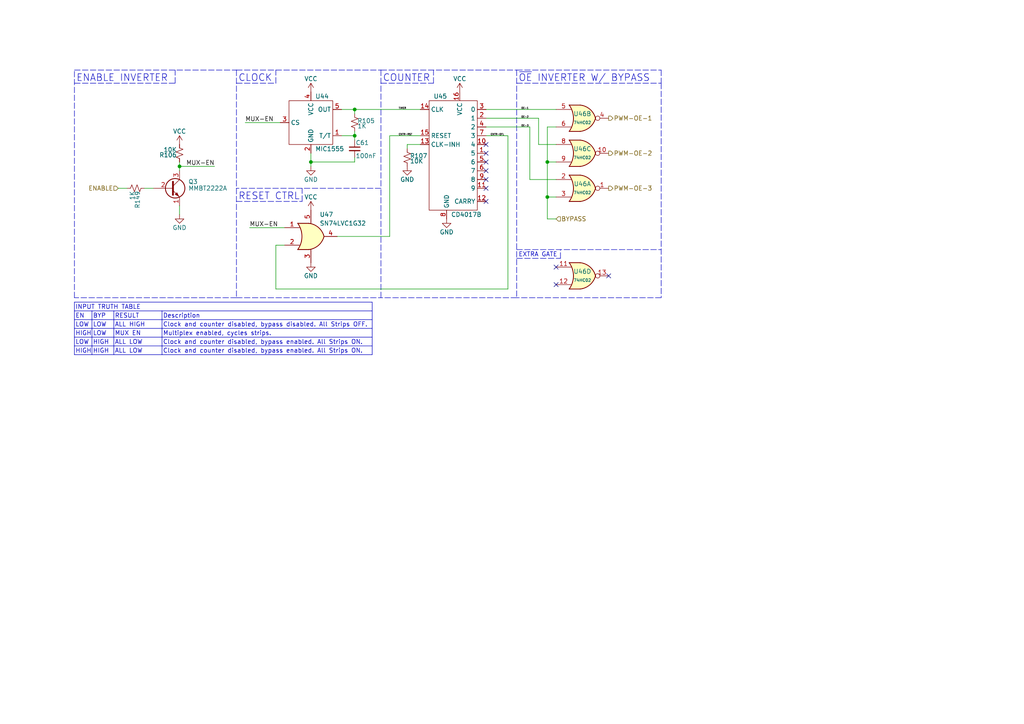
<source format=kicad_sch>
(kicad_sch (version 20211123) (generator eeschema)

  (uuid 753055a1-3f61-4ee7-ba28-5a32f92e29cb)

  (paper "A4")

  (lib_symbols
    (symbol "74xx:74HC02" (pin_names (offset 1.016)) (in_bom yes) (on_board yes)
      (property "Reference" "U" (id 0) (at 0 1.27 0)
        (effects (font (size 1.27 1.27)))
      )
      (property "Value" "74HC02" (id 1) (at 0 -1.27 0)
        (effects (font (size 1.27 1.27)))
      )
      (property "Footprint" "" (id 2) (at 0 0 0)
        (effects (font (size 1.27 1.27)) hide)
      )
      (property "Datasheet" "http://www.ti.com/lit/gpn/sn74hc02" (id 3) (at 0 0 0)
        (effects (font (size 1.27 1.27)) hide)
      )
      (property "ki_locked" "" (id 4) (at 0 0 0)
        (effects (font (size 1.27 1.27)))
      )
      (property "ki_keywords" "HCMOS Nor2" (id 5) (at 0 0 0)
        (effects (font (size 1.27 1.27)) hide)
      )
      (property "ki_description" "quad 2-input NOR gate" (id 6) (at 0 0 0)
        (effects (font (size 1.27 1.27)) hide)
      )
      (property "ki_fp_filters" "SO14* DIP*W7.62mm*" (id 7) (at 0 0 0)
        (effects (font (size 1.27 1.27)) hide)
      )
      (symbol "74HC02_1_1"
        (arc (start -3.81 -3.81) (mid -2.589 0) (end -3.81 3.81)
          (stroke (width 0.254) (type default) (color 0 0 0 0))
          (fill (type none))
        )
        (arc (start -0.6096 -3.81) (mid 2.1855 -2.584) (end 3.81 0)
          (stroke (width 0.254) (type default) (color 0 0 0 0))
          (fill (type background))
        )
        (polyline
          (pts
            (xy -3.81 -3.81)
            (xy -0.635 -3.81)
          )
          (stroke (width 0.254) (type default) (color 0 0 0 0))
          (fill (type background))
        )
        (polyline
          (pts
            (xy -3.81 3.81)
            (xy -0.635 3.81)
          )
          (stroke (width 0.254) (type default) (color 0 0 0 0))
          (fill (type background))
        )
        (polyline
          (pts
            (xy -0.635 3.81)
            (xy -3.81 3.81)
            (xy -3.81 3.81)
            (xy -3.556 3.4036)
            (xy -3.0226 2.2606)
            (xy -2.6924 1.0414)
            (xy -2.6162 -0.254)
            (xy -2.7686 -1.4986)
            (xy -3.175 -2.7178)
            (xy -3.81 -3.81)
            (xy -3.81 -3.81)
            (xy -0.635 -3.81)
          )
          (stroke (width -25.4) (type default) (color 0 0 0 0))
          (fill (type background))
        )
        (arc (start 3.81 0) (mid 2.1928 2.5925) (end -0.6096 3.81)
          (stroke (width 0.254) (type default) (color 0 0 0 0))
          (fill (type background))
        )
        (pin output inverted (at 7.62 0 180) (length 3.81)
          (name "~" (effects (font (size 1.27 1.27))))
          (number "1" (effects (font (size 1.27 1.27))))
        )
        (pin input line (at -7.62 2.54 0) (length 4.318)
          (name "~" (effects (font (size 1.27 1.27))))
          (number "2" (effects (font (size 1.27 1.27))))
        )
        (pin input line (at -7.62 -2.54 0) (length 4.318)
          (name "~" (effects (font (size 1.27 1.27))))
          (number "3" (effects (font (size 1.27 1.27))))
        )
      )
      (symbol "74HC02_1_2"
        (arc (start 0 -3.81) (mid 3.81 0) (end 0 3.81)
          (stroke (width 0.254) (type default) (color 0 0 0 0))
          (fill (type background))
        )
        (polyline
          (pts
            (xy 0 3.81)
            (xy -3.81 3.81)
            (xy -3.81 -3.81)
            (xy 0 -3.81)
          )
          (stroke (width 0.254) (type default) (color 0 0 0 0))
          (fill (type background))
        )
        (pin output line (at 7.62 0 180) (length 3.81)
          (name "~" (effects (font (size 1.27 1.27))))
          (number "1" (effects (font (size 1.27 1.27))))
        )
        (pin input inverted (at -7.62 2.54 0) (length 3.81)
          (name "~" (effects (font (size 1.27 1.27))))
          (number "2" (effects (font (size 1.27 1.27))))
        )
        (pin input inverted (at -7.62 -2.54 0) (length 3.81)
          (name "~" (effects (font (size 1.27 1.27))))
          (number "3" (effects (font (size 1.27 1.27))))
        )
      )
      (symbol "74HC02_2_1"
        (arc (start -3.81 -3.81) (mid -2.589 0) (end -3.81 3.81)
          (stroke (width 0.254) (type default) (color 0 0 0 0))
          (fill (type none))
        )
        (arc (start -0.6096 -3.81) (mid 2.1855 -2.584) (end 3.81 0)
          (stroke (width 0.254) (type default) (color 0 0 0 0))
          (fill (type background))
        )
        (polyline
          (pts
            (xy -3.81 -3.81)
            (xy -0.635 -3.81)
          )
          (stroke (width 0.254) (type default) (color 0 0 0 0))
          (fill (type background))
        )
        (polyline
          (pts
            (xy -3.81 3.81)
            (xy -0.635 3.81)
          )
          (stroke (width 0.254) (type default) (color 0 0 0 0))
          (fill (type background))
        )
        (polyline
          (pts
            (xy -0.635 3.81)
            (xy -3.81 3.81)
            (xy -3.81 3.81)
            (xy -3.556 3.4036)
            (xy -3.0226 2.2606)
            (xy -2.6924 1.0414)
            (xy -2.6162 -0.254)
            (xy -2.7686 -1.4986)
            (xy -3.175 -2.7178)
            (xy -3.81 -3.81)
            (xy -3.81 -3.81)
            (xy -0.635 -3.81)
          )
          (stroke (width -25.4) (type default) (color 0 0 0 0))
          (fill (type background))
        )
        (arc (start 3.81 0) (mid 2.1928 2.5925) (end -0.6096 3.81)
          (stroke (width 0.254) (type default) (color 0 0 0 0))
          (fill (type background))
        )
        (pin output inverted (at 7.62 0 180) (length 3.81)
          (name "~" (effects (font (size 1.27 1.27))))
          (number "4" (effects (font (size 1.27 1.27))))
        )
        (pin input line (at -7.62 2.54 0) (length 4.318)
          (name "~" (effects (font (size 1.27 1.27))))
          (number "5" (effects (font (size 1.27 1.27))))
        )
        (pin input line (at -7.62 -2.54 0) (length 4.318)
          (name "~" (effects (font (size 1.27 1.27))))
          (number "6" (effects (font (size 1.27 1.27))))
        )
      )
      (symbol "74HC02_2_2"
        (arc (start 0 -3.81) (mid 3.81 0) (end 0 3.81)
          (stroke (width 0.254) (type default) (color 0 0 0 0))
          (fill (type background))
        )
        (polyline
          (pts
            (xy 0 3.81)
            (xy -3.81 3.81)
            (xy -3.81 -3.81)
            (xy 0 -3.81)
          )
          (stroke (width 0.254) (type default) (color 0 0 0 0))
          (fill (type background))
        )
        (pin output line (at 7.62 0 180) (length 3.81)
          (name "~" (effects (font (size 1.27 1.27))))
          (number "4" (effects (font (size 1.27 1.27))))
        )
        (pin input inverted (at -7.62 2.54 0) (length 3.81)
          (name "~" (effects (font (size 1.27 1.27))))
          (number "5" (effects (font (size 1.27 1.27))))
        )
        (pin input inverted (at -7.62 -2.54 0) (length 3.81)
          (name "~" (effects (font (size 1.27 1.27))))
          (number "6" (effects (font (size 1.27 1.27))))
        )
      )
      (symbol "74HC02_3_1"
        (arc (start -3.81 -3.81) (mid -2.589 0) (end -3.81 3.81)
          (stroke (width 0.254) (type default) (color 0 0 0 0))
          (fill (type none))
        )
        (arc (start -0.6096 -3.81) (mid 2.1855 -2.584) (end 3.81 0)
          (stroke (width 0.254) (type default) (color 0 0 0 0))
          (fill (type background))
        )
        (polyline
          (pts
            (xy -3.81 -3.81)
            (xy -0.635 -3.81)
          )
          (stroke (width 0.254) (type default) (color 0 0 0 0))
          (fill (type background))
        )
        (polyline
          (pts
            (xy -3.81 3.81)
            (xy -0.635 3.81)
          )
          (stroke (width 0.254) (type default) (color 0 0 0 0))
          (fill (type background))
        )
        (polyline
          (pts
            (xy -0.635 3.81)
            (xy -3.81 3.81)
            (xy -3.81 3.81)
            (xy -3.556 3.4036)
            (xy -3.0226 2.2606)
            (xy -2.6924 1.0414)
            (xy -2.6162 -0.254)
            (xy -2.7686 -1.4986)
            (xy -3.175 -2.7178)
            (xy -3.81 -3.81)
            (xy -3.81 -3.81)
            (xy -0.635 -3.81)
          )
          (stroke (width -25.4) (type default) (color 0 0 0 0))
          (fill (type background))
        )
        (arc (start 3.81 0) (mid 2.1928 2.5925) (end -0.6096 3.81)
          (stroke (width 0.254) (type default) (color 0 0 0 0))
          (fill (type background))
        )
        (pin output inverted (at 7.62 0 180) (length 3.81)
          (name "~" (effects (font (size 1.27 1.27))))
          (number "10" (effects (font (size 1.27 1.27))))
        )
        (pin input line (at -7.62 2.54 0) (length 4.318)
          (name "~" (effects (font (size 1.27 1.27))))
          (number "8" (effects (font (size 1.27 1.27))))
        )
        (pin input line (at -7.62 -2.54 0) (length 4.318)
          (name "~" (effects (font (size 1.27 1.27))))
          (number "9" (effects (font (size 1.27 1.27))))
        )
      )
      (symbol "74HC02_3_2"
        (arc (start 0 -3.81) (mid 3.81 0) (end 0 3.81)
          (stroke (width 0.254) (type default) (color 0 0 0 0))
          (fill (type background))
        )
        (polyline
          (pts
            (xy 0 3.81)
            (xy -3.81 3.81)
            (xy -3.81 -3.81)
            (xy 0 -3.81)
          )
          (stroke (width 0.254) (type default) (color 0 0 0 0))
          (fill (type background))
        )
        (pin output line (at 7.62 0 180) (length 3.81)
          (name "~" (effects (font (size 1.27 1.27))))
          (number "10" (effects (font (size 1.27 1.27))))
        )
        (pin input inverted (at -7.62 2.54 0) (length 3.81)
          (name "~" (effects (font (size 1.27 1.27))))
          (number "8" (effects (font (size 1.27 1.27))))
        )
        (pin input inverted (at -7.62 -2.54 0) (length 3.81)
          (name "~" (effects (font (size 1.27 1.27))))
          (number "9" (effects (font (size 1.27 1.27))))
        )
      )
      (symbol "74HC02_4_1"
        (arc (start -3.81 -3.81) (mid -2.589 0) (end -3.81 3.81)
          (stroke (width 0.254) (type default) (color 0 0 0 0))
          (fill (type none))
        )
        (arc (start -0.6096 -3.81) (mid 2.1855 -2.584) (end 3.81 0)
          (stroke (width 0.254) (type default) (color 0 0 0 0))
          (fill (type background))
        )
        (polyline
          (pts
            (xy -3.81 -3.81)
            (xy -0.635 -3.81)
          )
          (stroke (width 0.254) (type default) (color 0 0 0 0))
          (fill (type background))
        )
        (polyline
          (pts
            (xy -3.81 3.81)
            (xy -0.635 3.81)
          )
          (stroke (width 0.254) (type default) (color 0 0 0 0))
          (fill (type background))
        )
        (polyline
          (pts
            (xy -0.635 3.81)
            (xy -3.81 3.81)
            (xy -3.81 3.81)
            (xy -3.556 3.4036)
            (xy -3.0226 2.2606)
            (xy -2.6924 1.0414)
            (xy -2.6162 -0.254)
            (xy -2.7686 -1.4986)
            (xy -3.175 -2.7178)
            (xy -3.81 -3.81)
            (xy -3.81 -3.81)
            (xy -0.635 -3.81)
          )
          (stroke (width -25.4) (type default) (color 0 0 0 0))
          (fill (type background))
        )
        (arc (start 3.81 0) (mid 2.1928 2.5925) (end -0.6096 3.81)
          (stroke (width 0.254) (type default) (color 0 0 0 0))
          (fill (type background))
        )
        (pin input line (at -7.62 2.54 0) (length 4.318)
          (name "~" (effects (font (size 1.27 1.27))))
          (number "11" (effects (font (size 1.27 1.27))))
        )
        (pin input line (at -7.62 -2.54 0) (length 4.318)
          (name "~" (effects (font (size 1.27 1.27))))
          (number "12" (effects (font (size 1.27 1.27))))
        )
        (pin output inverted (at 7.62 0 180) (length 3.81)
          (name "~" (effects (font (size 1.27 1.27))))
          (number "13" (effects (font (size 1.27 1.27))))
        )
      )
      (symbol "74HC02_4_2"
        (arc (start 0 -3.81) (mid 3.81 0) (end 0 3.81)
          (stroke (width 0.254) (type default) (color 0 0 0 0))
          (fill (type background))
        )
        (polyline
          (pts
            (xy 0 3.81)
            (xy -3.81 3.81)
            (xy -3.81 -3.81)
            (xy 0 -3.81)
          )
          (stroke (width 0.254) (type default) (color 0 0 0 0))
          (fill (type background))
        )
        (pin input inverted (at -7.62 2.54 0) (length 3.81)
          (name "~" (effects (font (size 1.27 1.27))))
          (number "11" (effects (font (size 1.27 1.27))))
        )
        (pin input inverted (at -7.62 -2.54 0) (length 3.81)
          (name "~" (effects (font (size 1.27 1.27))))
          (number "12" (effects (font (size 1.27 1.27))))
        )
        (pin output line (at 7.62 0 180) (length 3.81)
          (name "~" (effects (font (size 1.27 1.27))))
          (number "13" (effects (font (size 1.27 1.27))))
        )
      )
      (symbol "74HC02_5_0"
        (pin power_in line (at 0 12.7 270) (length 5.08)
          (name "VCC" (effects (font (size 1.27 1.27))))
          (number "14" (effects (font (size 1.27 1.27))))
        )
        (pin power_in line (at 0 -12.7 90) (length 5.08)
          (name "GND" (effects (font (size 1.27 1.27))))
          (number "7" (effects (font (size 1.27 1.27))))
        )
      )
      (symbol "74HC02_5_1"
        (rectangle (start -5.08 7.62) (end 5.08 -7.62)
          (stroke (width 0.254) (type default) (color 0 0 0 0))
          (fill (type background))
        )
      )
    )
    (symbol "Daxxn_IC:MIC1555" (in_bom yes) (on_board yes)
      (property "Reference" "U" (id 0) (at 7.62 1.27 0)
        (effects (font (size 1.27 1.27)) (justify left))
      )
      (property "Value" "MIC1555" (id 1) (at 7.62 -13.97 0)
        (effects (font (size 1.27 1.27)) (justify left))
      )
      (property "Footprint" "Package_TO_SOT_SMD:SOT-23-5" (id 2) (at 6.35 10.16 0)
        (effects (font (size 1.27 1.27)) hide)
      )
      (property "Datasheet" "https://ww1.microchip.com/downloads/aemDocuments/documents/OTH/ProductDocuments/DataSheets/MIC1555-57-IttyBitty-RC-Timer-Oscillator-DS20005730B.pdf" (id 3) (at 6.35 12.7 0)
        (effects (font (size 1.27 1.27)) hide)
      )
      (property "ki_keywords" "555 timer precision clock" (id 4) (at 0 0 0)
        (effects (font (size 1.27 1.27)) hide)
      )
      (property "ki_description" "Small Precision 555 Timer" (id 5) (at 0 0 0)
        (effects (font (size 1.27 1.27)) hide)
      )
      (symbol "MIC1555_0_0"
        (rectangle (start 0 0) (end 12.7 -12.7)
          (stroke (width 0) (type default) (color 0 0 0 0))
          (fill (type none))
        )
        (pin tri_state line (at 15.24 -10.16 180) (length 2.54)
          (name "T/T" (effects (font (size 1.27 1.27))))
          (number "1" (effects (font (size 1.27 1.27))))
        )
        (pin power_in line (at 6.35 -15.24 90) (length 2.54)
          (name "GND" (effects (font (size 1.27 1.27))))
          (number "2" (effects (font (size 1.27 1.27))))
        )
        (pin input line (at -2.54 -6.35 0) (length 2.54)
          (name "CS" (effects (font (size 1.27 1.27))))
          (number "3" (effects (font (size 1.27 1.27))))
        )
        (pin power_in line (at 6.35 2.54 270) (length 2.54)
          (name "VCC" (effects (font (size 1.27 1.27))))
          (number "4" (effects (font (size 1.27 1.27))))
        )
        (pin output line (at 15.24 -2.54 180) (length 2.54)
          (name "OUT" (effects (font (size 1.27 1.27))))
          (number "5" (effects (font (size 1.27 1.27))))
        )
      )
    )
    (symbol "Daxxn_Logic:CD4017B" (in_bom yes) (on_board yes)
      (property "Reference" "U" (id 0) (at 1.27 1.27 0)
        (effects (font (size 1.27 1.27)) (justify left))
      )
      (property "Value" "CD4017B" (id 1) (at 6.35 -33.02 0)
        (effects (font (size 1.27 1.27)) (justify left))
      )
      (property "Footprint" "Package_SO:TSSOP-16_4.4x5mm_P0.65mm" (id 2) (at 6.35 7.62 0)
        (effects (font (size 1.27 1.27)) hide)
      )
      (property "Datasheet" "https://www.ti.com/lit/ds/symlink/cd4017b.pdf?HQS=dis-dk-null-digikeymode-dsf-pf-null-wwe&ts=1663398787219&ref_url=https%253A%252F%252Fwww.ti.com%252Fgeneral%252Fdocs%252Fsuppproductinfo.tsp%253FdistId%253D10%2526gotoUrl%253Dhttps%253A%252F%252Fwww.ti.com%252Flit%252Fgpn%252Fcd4017b" (id 3) (at 6.35 8.89 0)
        (effects (font (size 1.27 1.27)) hide)
      )
      (property "ki_keywords" "decade counter" (id 4) (at 0 0 0)
        (effects (font (size 1.27 1.27)) hide)
      )
      (property "ki_description" "DECADE COUNTER" (id 5) (at 0 0 0)
        (effects (font (size 1.27 1.27)) hide)
      )
      (symbol "CD4017B_0_0"
        (pin output line (at 16.51 -15.24 180) (length 2.54)
          (name "5" (effects (font (size 1.27 1.27))))
          (number "1" (effects (font (size 1.27 1.27))))
        )
        (pin output line (at 16.51 -12.7 180) (length 2.54)
          (name "4" (effects (font (size 1.27 1.27))))
          (number "10" (effects (font (size 1.27 1.27))))
        )
        (pin output line (at 16.51 -25.4 180) (length 2.54)
          (name "9" (effects (font (size 1.27 1.27))))
          (number "11" (effects (font (size 1.27 1.27))))
        )
        (pin output line (at 16.51 -29.21 180) (length 2.54)
          (name "CARRY" (effects (font (size 1.27 1.27))))
          (number "12" (effects (font (size 1.27 1.27))))
        )
        (pin input line (at -2.54 -12.7 0) (length 2.54)
          (name "CLK-INH" (effects (font (size 1.27 1.27))))
          (number "13" (effects (font (size 1.27 1.27))))
        )
        (pin input line (at -2.54 -2.54 0) (length 2.54)
          (name "CLK" (effects (font (size 1.27 1.27))))
          (number "14" (effects (font (size 1.27 1.27))))
        )
        (pin input line (at -2.54 -10.16 0) (length 2.54)
          (name "RESET" (effects (font (size 1.27 1.27))))
          (number "15" (effects (font (size 1.27 1.27))))
        )
        (pin power_in line (at 8.89 2.54 270) (length 2.54)
          (name "VCC" (effects (font (size 1.27 1.27))))
          (number "16" (effects (font (size 1.27 1.27))))
        )
        (pin output line (at 16.51 -5.08 180) (length 2.54)
          (name "1" (effects (font (size 1.27 1.27))))
          (number "2" (effects (font (size 1.27 1.27))))
        )
        (pin output line (at 16.51 -2.54 180) (length 2.54)
          (name "0" (effects (font (size 1.27 1.27))))
          (number "3" (effects (font (size 1.27 1.27))))
        )
        (pin output line (at 16.51 -7.62 180) (length 2.54)
          (name "2" (effects (font (size 1.27 1.27))))
          (number "4" (effects (font (size 1.27 1.27))))
        )
        (pin output line (at 16.51 -17.78 180) (length 2.54)
          (name "6" (effects (font (size 1.27 1.27))))
          (number "5" (effects (font (size 1.27 1.27))))
        )
        (pin output line (at 16.51 -20.32 180) (length 2.54)
          (name "7" (effects (font (size 1.27 1.27))))
          (number "6" (effects (font (size 1.27 1.27))))
        )
        (pin output line (at 16.51 -10.16 180) (length 2.54)
          (name "3" (effects (font (size 1.27 1.27))))
          (number "7" (effects (font (size 1.27 1.27))))
        )
        (pin power_in line (at 5.08 -34.29 90) (length 2.54)
          (name "GND" (effects (font (size 1.27 1.27))))
          (number "8" (effects (font (size 1.27 1.27))))
        )
        (pin output line (at 16.51 -22.86 180) (length 2.54)
          (name "8" (effects (font (size 1.27 1.27))))
          (number "9" (effects (font (size 1.27 1.27))))
        )
      )
      (symbol "CD4017B_0_1"
        (rectangle (start 0 0) (end 13.97 -31.75)
          (stroke (width 0) (type default) (color 0 0 0 0))
          (fill (type none))
        )
      )
    )
    (symbol "Daxxn_Logic:SN74LVC1G32" (pin_names (offset 1.016)) (in_bom yes) (on_board yes)
      (property "Reference" "U" (id 0) (at 2.54 6.35 0)
        (effects (font (size 1.27 1.27)) (justify left))
      )
      (property "Value" "SN74LVC1G32" (id 1) (at 2.54 3.81 0)
        (effects (font (size 1.27 1.27)) (justify left))
      )
      (property "Footprint" "Package_TO_SOT_SMD:SOT-23-5" (id 2) (at 2.54 11.43 0)
        (effects (font (size 1.27 1.27)) (justify left) hide)
      )
      (property "Datasheet" "https://www.ti.com/lit/ds/symlink/sn74lvc1g32.pdf?HQS=dis-dk-null-digikeymode-dsf-pf-null-wwe&ts=1660110937907&ref_url=https%253A%252F%252Fwww.ti.com%252Fgeneral%252Fdocs%252Fsuppproductinfo.tsp%253FdistId%253D10%2526gotoUrl%253Dhttps%253A%252F%252Fwww.ti.com%252Flit%252Fgpn%252Fsn74lvc1g32" (id 3) (at 2.54 8.89 0)
        (effects (font (size 1.27 1.27)) (justify left) hide)
      )
      (property "ki_keywords" "ttl single or gate" (id 4) (at 0 0 0)
        (effects (font (size 1.27 1.27)) hide)
      )
      (property "ki_description" "Single 2-input OR" (id 5) (at 0 0 0)
        (effects (font (size 1.27 1.27)) hide)
      )
      (property "ki_fp_filters" "DIP?14*" (id 6) (at 0 0 0)
        (effects (font (size 1.27 1.27)) hide)
      )
      (symbol "SN74LVC1G32_1_1"
        (arc (start -3.81 -3.81) (mid -2.589 0) (end -3.81 3.81)
          (stroke (width 0.254) (type default) (color 0 0 0 0))
          (fill (type none))
        )
        (arc (start -0.6096 -3.81) (mid 2.1855 -2.584) (end 3.81 0)
          (stroke (width 0.254) (type default) (color 0 0 0 0))
          (fill (type background))
        )
        (polyline
          (pts
            (xy -3.81 -3.81)
            (xy -0.635 -3.81)
          )
          (stroke (width 0.254) (type default) (color 0 0 0 0))
          (fill (type background))
        )
        (polyline
          (pts
            (xy -3.81 3.81)
            (xy -0.635 3.81)
          )
          (stroke (width 0.254) (type default) (color 0 0 0 0))
          (fill (type background))
        )
        (polyline
          (pts
            (xy -0.635 3.81)
            (xy -3.81 3.81)
            (xy -3.81 3.81)
            (xy -3.556 3.4036)
            (xy -3.0226 2.2606)
            (xy -2.6924 1.0414)
            (xy -2.6162 -0.254)
            (xy -2.7686 -1.4986)
            (xy -3.175 -2.7178)
            (xy -3.81 -3.81)
            (xy -3.81 -3.81)
            (xy -0.635 -3.81)
          )
          (stroke (width -25.4) (type default) (color 0 0 0 0))
          (fill (type background))
        )
        (arc (start 3.81 0) (mid 2.1928 2.5925) (end -0.6096 3.81)
          (stroke (width 0.254) (type default) (color 0 0 0 0))
          (fill (type background))
        )
        (pin input line (at -7.62 2.54 0) (length 4.318)
          (name "~" (effects (font (size 1.27 1.27))))
          (number "1" (effects (font (size 1.27 1.27))))
        )
        (pin input line (at -7.62 -2.54 0) (length 4.318)
          (name "~" (effects (font (size 1.27 1.27))))
          (number "2" (effects (font (size 1.27 1.27))))
        )
        (pin power_in line (at 0 -7.62 90) (length 3.81)
          (name "~" (effects (font (size 1.27 1.27))))
          (number "3" (effects (font (size 1.27 1.27))))
        )
        (pin output line (at 7.62 0 180) (length 3.81)
          (name "~" (effects (font (size 1.27 1.27))))
          (number "4" (effects (font (size 1.27 1.27))))
        )
        (pin power_in line (at 0 7.62 270) (length 3.81)
          (name "~" (effects (font (size 1.27 1.27))))
          (number "5" (effects (font (size 1.27 1.27))))
        )
      )
    )
    (symbol "Daxxn_Transistors:MMBT2222A" (pin_names (offset 0) hide) (in_bom yes) (on_board yes)
      (property "Reference" "Q" (id 0) (at 5.08 1.905 0)
        (effects (font (size 1.27 1.27)) (justify left))
      )
      (property "Value" "MMBT2222A" (id 1) (at 5.08 0 0)
        (effects (font (size 1.27 1.27)) (justify left))
      )
      (property "Footprint" "Package_TO_SOT_SMD:SOT-23" (id 2) (at 0 12.573 0)
        (effects (font (size 1.27 1.27) italic) (justify left) hide)
      )
      (property "Datasheet" "C:\\Users\\Daxxn\\Documents\\Electrical\\Datasheets\\MMBT2222A.pdf" (id 3) (at 0.127 14.351 0)
        (effects (font (size 1.27 1.27)) (justify left) hide)
      )
      (property "ki_keywords" "NPN Transistor smd general" (id 4) (at 0 0 0)
        (effects (font (size 1.27 1.27)) hide)
      )
      (property "ki_description" "NPN Transistor SMD SOT-23" (id 5) (at 0 0 0)
        (effects (font (size 1.27 1.27)) hide)
      )
      (property "ki_fp_filters" "TO?39*" (id 6) (at 0 0 0)
        (effects (font (size 1.27 1.27)) hide)
      )
      (symbol "MMBT2222A_0_1"
        (polyline
          (pts
            (xy 0.635 0.635)
            (xy 2.54 2.54)
          )
          (stroke (width 0) (type default) (color 0 0 0 0))
          (fill (type none))
        )
        (polyline
          (pts
            (xy 0.635 -0.635)
            (xy 2.54 -2.54)
            (xy 2.54 -2.54)
          )
          (stroke (width 0) (type default) (color 0 0 0 0))
          (fill (type none))
        )
        (polyline
          (pts
            (xy 0.635 1.905)
            (xy 0.635 -1.905)
            (xy 0.635 -1.905)
          )
          (stroke (width 0.508) (type default) (color 0 0 0 0))
          (fill (type none))
        )
        (polyline
          (pts
            (xy 1.27 -1.778)
            (xy 1.778 -1.27)
            (xy 2.286 -2.286)
            (xy 1.27 -1.778)
            (xy 1.27 -1.778)
          )
          (stroke (width 0) (type default) (color 0 0 0 0))
          (fill (type outline))
        )
        (circle (center 1.27 0) (radius 2.8194)
          (stroke (width 0.254) (type default) (color 0 0 0 0))
          (fill (type none))
        )
      )
      (symbol "MMBT2222A_1_1"
        (pin passive line (at 2.54 -5.08 90) (length 2.54)
          (name "E" (effects (font (size 1.27 1.27))))
          (number "1" (effects (font (size 1.27 1.27))))
        )
        (pin passive line (at -5.08 0 0) (length 5.715)
          (name "B" (effects (font (size 1.27 1.27))))
          (number "2" (effects (font (size 1.27 1.27))))
        )
        (pin passive line (at 2.54 5.08 270) (length 2.54)
          (name "C" (effects (font (size 1.27 1.27))))
          (number "3" (effects (font (size 1.27 1.27))))
        )
      )
    )
    (symbol "Device:C_Small" (pin_numbers hide) (pin_names (offset 0.254) hide) (in_bom yes) (on_board yes)
      (property "Reference" "C" (id 0) (at 0.254 1.778 0)
        (effects (font (size 1.27 1.27)) (justify left))
      )
      (property "Value" "C_Small" (id 1) (at 0.254 -2.032 0)
        (effects (font (size 1.27 1.27)) (justify left))
      )
      (property "Footprint" "" (id 2) (at 0 0 0)
        (effects (font (size 1.27 1.27)) hide)
      )
      (property "Datasheet" "~" (id 3) (at 0 0 0)
        (effects (font (size 1.27 1.27)) hide)
      )
      (property "ki_keywords" "capacitor cap" (id 4) (at 0 0 0)
        (effects (font (size 1.27 1.27)) hide)
      )
      (property "ki_description" "Unpolarized capacitor, small symbol" (id 5) (at 0 0 0)
        (effects (font (size 1.27 1.27)) hide)
      )
      (property "ki_fp_filters" "C_*" (id 6) (at 0 0 0)
        (effects (font (size 1.27 1.27)) hide)
      )
      (symbol "C_Small_0_1"
        (polyline
          (pts
            (xy -1.524 -0.508)
            (xy 1.524 -0.508)
          )
          (stroke (width 0.3302) (type default) (color 0 0 0 0))
          (fill (type none))
        )
        (polyline
          (pts
            (xy -1.524 0.508)
            (xy 1.524 0.508)
          )
          (stroke (width 0.3048) (type default) (color 0 0 0 0))
          (fill (type none))
        )
      )
      (symbol "C_Small_1_1"
        (pin passive line (at 0 2.54 270) (length 2.032)
          (name "~" (effects (font (size 1.27 1.27))))
          (number "1" (effects (font (size 1.27 1.27))))
        )
        (pin passive line (at 0 -2.54 90) (length 2.032)
          (name "~" (effects (font (size 1.27 1.27))))
          (number "2" (effects (font (size 1.27 1.27))))
        )
      )
    )
    (symbol "Device:R_Small_US" (pin_numbers hide) (pin_names (offset 0.254) hide) (in_bom yes) (on_board yes)
      (property "Reference" "R" (id 0) (at 0.762 0.508 0)
        (effects (font (size 1.27 1.27)) (justify left))
      )
      (property "Value" "R_Small_US" (id 1) (at 0.762 -1.016 0)
        (effects (font (size 1.27 1.27)) (justify left))
      )
      (property "Footprint" "" (id 2) (at 0 0 0)
        (effects (font (size 1.27 1.27)) hide)
      )
      (property "Datasheet" "~" (id 3) (at 0 0 0)
        (effects (font (size 1.27 1.27)) hide)
      )
      (property "ki_keywords" "r resistor" (id 4) (at 0 0 0)
        (effects (font (size 1.27 1.27)) hide)
      )
      (property "ki_description" "Resistor, small US symbol" (id 5) (at 0 0 0)
        (effects (font (size 1.27 1.27)) hide)
      )
      (property "ki_fp_filters" "R_*" (id 6) (at 0 0 0)
        (effects (font (size 1.27 1.27)) hide)
      )
      (symbol "R_Small_US_1_1"
        (polyline
          (pts
            (xy 0 0)
            (xy 1.016 -0.381)
            (xy 0 -0.762)
            (xy -1.016 -1.143)
            (xy 0 -1.524)
          )
          (stroke (width 0) (type default) (color 0 0 0 0))
          (fill (type none))
        )
        (polyline
          (pts
            (xy 0 1.524)
            (xy 1.016 1.143)
            (xy 0 0.762)
            (xy -1.016 0.381)
            (xy 0 0)
          )
          (stroke (width 0) (type default) (color 0 0 0 0))
          (fill (type none))
        )
        (pin passive line (at 0 2.54 270) (length 1.016)
          (name "~" (effects (font (size 1.27 1.27))))
          (number "1" (effects (font (size 1.27 1.27))))
        )
        (pin passive line (at 0 -2.54 90) (length 1.016)
          (name "~" (effects (font (size 1.27 1.27))))
          (number "2" (effects (font (size 1.27 1.27))))
        )
      )
    )
    (symbol "power:GND" (power) (pin_names (offset 0)) (in_bom yes) (on_board yes)
      (property "Reference" "#PWR" (id 0) (at 0 -6.35 0)
        (effects (font (size 1.27 1.27)) hide)
      )
      (property "Value" "GND" (id 1) (at 0 -3.81 0)
        (effects (font (size 1.27 1.27)))
      )
      (property "Footprint" "" (id 2) (at 0 0 0)
        (effects (font (size 1.27 1.27)) hide)
      )
      (property "Datasheet" "" (id 3) (at 0 0 0)
        (effects (font (size 1.27 1.27)) hide)
      )
      (property "ki_keywords" "power-flag" (id 4) (at 0 0 0)
        (effects (font (size 1.27 1.27)) hide)
      )
      (property "ki_description" "Power symbol creates a global label with name \"GND\" , ground" (id 5) (at 0 0 0)
        (effects (font (size 1.27 1.27)) hide)
      )
      (symbol "GND_0_1"
        (polyline
          (pts
            (xy 0 0)
            (xy 0 -1.27)
            (xy 1.27 -1.27)
            (xy 0 -2.54)
            (xy -1.27 -1.27)
            (xy 0 -1.27)
          )
          (stroke (width 0) (type default) (color 0 0 0 0))
          (fill (type none))
        )
      )
      (symbol "GND_1_1"
        (pin power_in line (at 0 0 270) (length 0) hide
          (name "GND" (effects (font (size 1.27 1.27))))
          (number "1" (effects (font (size 1.27 1.27))))
        )
      )
    )
    (symbol "power:VCC" (power) (pin_names (offset 0)) (in_bom yes) (on_board yes)
      (property "Reference" "#PWR" (id 0) (at 0 -3.81 0)
        (effects (font (size 1.27 1.27)) hide)
      )
      (property "Value" "VCC" (id 1) (at 0 3.81 0)
        (effects (font (size 1.27 1.27)))
      )
      (property "Footprint" "" (id 2) (at 0 0 0)
        (effects (font (size 1.27 1.27)) hide)
      )
      (property "Datasheet" "" (id 3) (at 0 0 0)
        (effects (font (size 1.27 1.27)) hide)
      )
      (property "ki_keywords" "power-flag" (id 4) (at 0 0 0)
        (effects (font (size 1.27 1.27)) hide)
      )
      (property "ki_description" "Power symbol creates a global label with name \"VCC\"" (id 5) (at 0 0 0)
        (effects (font (size 1.27 1.27)) hide)
      )
      (symbol "VCC_0_1"
        (polyline
          (pts
            (xy -0.762 1.27)
            (xy 0 2.54)
          )
          (stroke (width 0) (type default) (color 0 0 0 0))
          (fill (type none))
        )
        (polyline
          (pts
            (xy 0 0)
            (xy 0 2.54)
          )
          (stroke (width 0) (type default) (color 0 0 0 0))
          (fill (type none))
        )
        (polyline
          (pts
            (xy 0 2.54)
            (xy 0.762 1.27)
          )
          (stroke (width 0) (type default) (color 0 0 0 0))
          (fill (type none))
        )
      )
      (symbol "VCC_1_1"
        (pin power_in line (at 0 0 90) (length 0) hide
          (name "VCC" (effects (font (size 1.27 1.27))))
          (number "1" (effects (font (size 1.27 1.27))))
        )
      )
    )
  )

  (junction (at 158.75 46.99) (diameter 0) (color 0 0 0 0)
    (uuid 1bca0780-c0b4-491b-ba45-679a7151d29c)
  )
  (junction (at 90.17 46.99) (diameter 0) (color 0 0 0 0)
    (uuid 2747c967-2788-44b5-9981-2af647f2c89a)
  )
  (junction (at 158.75 57.15) (diameter 0) (color 0 0 0 0)
    (uuid 2f2eba38-85cb-45b6-b894-20522c2f7044)
  )
  (junction (at 102.87 31.75) (diameter 0) (color 0 0 0 0)
    (uuid 5f09f3e3-31d3-492d-b1f4-3cd7da45a485)
  )
  (junction (at 52.07 48.26) (diameter 0) (color 0 0 0 0)
    (uuid cb1ff993-f756-4925-838c-c1f8e5eb75ef)
  )
  (junction (at 102.87 39.37) (diameter 0) (color 0 0 0 0)
    (uuid dbbe007d-5beb-4a1c-bef2-15289458203f)
  )

  (no_connect (at 140.97 58.42) (uuid 6d0702b5-e685-4d2b-b46d-f89ad44ea5a2))
  (no_connect (at 140.97 54.61) (uuid 6d0702b5-e685-4d2b-b46d-f89ad44ea5a3))
  (no_connect (at 140.97 49.53) (uuid 6d0702b5-e685-4d2b-b46d-f89ad44ea5a4))
  (no_connect (at 140.97 52.07) (uuid 6d0702b5-e685-4d2b-b46d-f89ad44ea5a5))
  (no_connect (at 140.97 41.91) (uuid 6d0702b5-e685-4d2b-b46d-f89ad44ea5a6))
  (no_connect (at 140.97 44.45) (uuid 6d0702b5-e685-4d2b-b46d-f89ad44ea5a7))
  (no_connect (at 140.97 46.99) (uuid 6d0702b5-e685-4d2b-b46d-f89ad44ea5a8))
  (no_connect (at 161.29 82.55) (uuid e747c61d-5a39-4383-94b9-6e4d64a8379a))
  (no_connect (at 161.29 77.47) (uuid e747c61d-5a39-4383-94b9-6e4d64a8379b))
  (no_connect (at 176.53 80.01) (uuid e747c61d-5a39-4383-94b9-6e4d64a8379c))

  (wire (pts (xy 161.29 63.5) (xy 158.75 63.5))
    (stroke (width 0) (type default) (color 0 0 0 0))
    (uuid 00ff5a7b-6db0-41fd-b448-0608c490c185)
  )
  (polyline (pts (xy 125.73 24.13) (xy 125.73 20.32))
    (stroke (width 0) (type default) (color 0 0 0 0))
    (uuid 02841e77-e3cf-471e-99aa-67f7de344ca4)
  )
  (polyline (pts (xy 33.02 95.25) (xy 26.67 95.25))
    (stroke (width 0) (type solid) (color 0 0 0 0))
    (uuid 03a386c3-7e6f-4c7a-ad33-3da815f8c3fe)
  )
  (polyline (pts (xy 26.67 100.33) (xy 33.02 100.33))
    (stroke (width 0) (type solid) (color 0 0 0 0))
    (uuid 0567f9f5-113c-4256-831c-abc654099bdc)
  )

  (wire (pts (xy 90.17 48.26) (xy 90.17 46.99))
    (stroke (width 0) (type default) (color 0 0 0 0))
    (uuid 072e0bdc-abc9-41e7-94d3-264c47e64128)
  )
  (polyline (pts (xy 191.77 86.36) (xy 149.86 86.36))
    (stroke (width 0) (type default) (color 0 0 0 0))
    (uuid 08b23545-ee1f-4f20-b96a-6587d3662d32)
  )

  (wire (pts (xy 140.97 36.83) (xy 153.67 36.83))
    (stroke (width 0) (type default) (color 0 0 0 0))
    (uuid 08d29b70-5815-465d-9f8a-d386e8b64406)
  )
  (wire (pts (xy 102.87 45.72) (xy 102.87 46.99))
    (stroke (width 0) (type default) (color 0 0 0 0))
    (uuid 09daa50b-0c25-429e-85cc-bc7536959e7c)
  )
  (polyline (pts (xy 21.59 90.17) (xy 21.59 92.71))
    (stroke (width 0) (type solid) (color 0 0 0 0))
    (uuid 0aa1b10b-602a-4baf-b2fc-6d9e2955db35)
  )

  (wire (pts (xy 113.03 39.37) (xy 121.92 39.37))
    (stroke (width 0) (type default) (color 0 0 0 0))
    (uuid 0b15ca7a-94aa-425d-b277-b65a449a5ce2)
  )
  (polyline (pts (xy 21.59 86.36) (xy 21.59 20.32))
    (stroke (width 0) (type default) (color 0 0 0 0))
    (uuid 0c1400df-6f6d-47f0-b3a0-58b307ec3202)
  )

  (wire (pts (xy 147.32 39.37) (xy 147.32 83.82))
    (stroke (width 0) (type default) (color 0 0 0 0))
    (uuid 0c8ddcec-1d0d-4eb6-962b-afb7a21b4ab5)
  )
  (polyline (pts (xy 33.02 100.33) (xy 33.02 97.79))
    (stroke (width 0) (type solid) (color 0 0 0 0))
    (uuid 0db326ac-8d3f-428c-befe-9c41b2a0e9ae)
  )
  (polyline (pts (xy 107.95 87.63) (xy 107.95 90.17))
    (stroke (width 0) (type solid) (color 0 0 0 0))
    (uuid 0e911a5c-68a1-4e99-b3f5-c4591fb458a0)
  )

  (wire (pts (xy 161.29 41.91) (xy 156.21 41.91))
    (stroke (width 0) (type default) (color 0 0 0 0))
    (uuid 0fa86351-47e2-4a07-9ff0-bae55d2dd809)
  )
  (polyline (pts (xy 26.67 92.71) (xy 21.59 92.71))
    (stroke (width 0) (type solid) (color 0 0 0 0))
    (uuid 12a21ca8-8ded-4374-9d26-d7496f2daa32)
  )

  (wire (pts (xy 158.75 46.99) (xy 161.29 46.99))
    (stroke (width 0) (type default) (color 0 0 0 0))
    (uuid 1817a5da-f0df-42e5-a555-f98d9bb45042)
  )
  (wire (pts (xy 121.92 41.91) (xy 118.11 41.91))
    (stroke (width 0) (type default) (color 0 0 0 0))
    (uuid 1a4c6da0-87a3-4ff0-bf74-ac3044bb7742)
  )
  (polyline (pts (xy 33.02 97.79) (xy 33.02 95.25))
    (stroke (width 0) (type solid) (color 0 0 0 0))
    (uuid 1ac4de1b-137c-4d8c-af02-4e9e16e9da15)
  )

  (wire (pts (xy 97.79 68.58) (xy 113.03 68.58))
    (stroke (width 0) (type default) (color 0 0 0 0))
    (uuid 25e2d239-418f-46d8-8d90-f8becdcc4251)
  )
  (wire (pts (xy 34.29 54.61) (xy 36.83 54.61))
    (stroke (width 0) (type default) (color 0 0 0 0))
    (uuid 2735b676-e7cd-487c-acef-4e305d10d31c)
  )
  (polyline (pts (xy 21.59 20.32) (xy 68.58 20.32))
    (stroke (width 0) (type default) (color 0 0 0 0))
    (uuid 292dd34b-f611-4706-9c92-3130b2284410)
  )
  (polyline (pts (xy 21.59 97.79) (xy 21.59 100.33))
    (stroke (width 0) (type solid) (color 0 0 0 0))
    (uuid 299f3315-afe9-4680-8d65-4d47f44142ff)
  )

  (wire (pts (xy 102.87 46.99) (xy 90.17 46.99))
    (stroke (width 0) (type default) (color 0 0 0 0))
    (uuid 2e3fc45b-3a90-498f-9740-7584ac419c1e)
  )
  (polyline (pts (xy 46.99 92.71) (xy 46.99 95.25))
    (stroke (width 0) (type solid) (color 0 0 0 0))
    (uuid 2ea17324-ffe6-4587-adc3-5ea23e9fee35)
  )
  (polyline (pts (xy 46.99 97.79) (xy 46.99 95.25))
    (stroke (width 0) (type solid) (color 0 0 0 0))
    (uuid 2f573e6d-4756-4b1c-8187-3ad7ee70def3)
  )
  (polyline (pts (xy 149.86 74.93) (xy 162.56 74.93))
    (stroke (width 0) (type default) (color 0 0 0 0))
    (uuid 2fbf3899-6b45-4d1d-9921-e0ca92c79db7)
  )
  (polyline (pts (xy 21.59 24.13) (xy 50.8 24.13))
    (stroke (width 0) (type default) (color 0 0 0 0))
    (uuid 318a5570-8861-4267-b1e4-237f4ecfa036)
  )
  (polyline (pts (xy 107.95 90.17) (xy 107.95 92.71))
    (stroke (width 0) (type solid) (color 0 0 0 0))
    (uuid 3599c5dd-af69-47ec-85d9-b72702cece68)
  )
  (polyline (pts (xy 68.58 54.61) (xy 68.58 86.36))
    (stroke (width 0) (type default) (color 0 0 0 0))
    (uuid 38547598-b12d-4a13-899f-e6973455466e)
  )

  (wire (pts (xy 99.06 31.75) (xy 102.87 31.75))
    (stroke (width 0) (type default) (color 0 0 0 0))
    (uuid 396c9d8d-b335-43c6-b2e5-b1d2ef093e8c)
  )
  (wire (pts (xy 140.97 31.75) (xy 161.29 31.75))
    (stroke (width 0) (type default) (color 0 0 0 0))
    (uuid 3c90debb-27ed-4039-8caa-d35d2d47b514)
  )
  (wire (pts (xy 113.03 68.58) (xy 113.03 39.37))
    (stroke (width 0) (type default) (color 0 0 0 0))
    (uuid 3d55f3b0-b42b-4a2a-8965-0a0ab4ad2e40)
  )
  (polyline (pts (xy 68.58 20.32) (xy 68.58 54.61))
    (stroke (width 0) (type default) (color 0 0 0 0))
    (uuid 40f4407e-21a3-4875-b7d7-5ad95af6d7c3)
  )
  (polyline (pts (xy 68.58 24.13) (xy 80.01 24.13))
    (stroke (width 0) (type default) (color 0 0 0 0))
    (uuid 43554cc0-2e90-4b39-9cd9-4d9de45e8b26)
  )
  (polyline (pts (xy 149.86 20.32) (xy 149.86 86.36))
    (stroke (width 0) (type default) (color 0 0 0 0))
    (uuid 43986c4d-d7e0-484a-8a77-76a715c0fc03)
  )
  (polyline (pts (xy 110.49 54.61) (xy 68.58 54.61))
    (stroke (width 0) (type default) (color 0 0 0 0))
    (uuid 43c7b44e-9f6b-48d8-999a-ac4d7cead2e0)
  )

  (wire (pts (xy 81.28 35.56) (xy 71.12 35.56))
    (stroke (width 0) (type default) (color 0 0 0 0))
    (uuid 466644a2-d86d-4173-afed-dddea174bb5e)
  )
  (polyline (pts (xy 149.86 24.13) (xy 191.77 24.13))
    (stroke (width 0) (type default) (color 0 0 0 0))
    (uuid 46bc3e4e-91c3-41ca-8bc1-6e60af48cc9f)
  )
  (polyline (pts (xy 46.99 92.71) (xy 33.02 92.71))
    (stroke (width 0) (type solid) (color 0 0 0 0))
    (uuid 4b3f4157-d92f-4bab-9d81-c2e50fa17ae2)
  )

  (wire (pts (xy 118.11 41.91) (xy 118.11 43.18))
    (stroke (width 0) (type default) (color 0 0 0 0))
    (uuid 4b692098-44f8-4709-ae3e-f6fb950b9f8e)
  )
  (polyline (pts (xy 26.67 90.17) (xy 26.67 92.71))
    (stroke (width 0) (type solid) (color 0 0 0 0))
    (uuid 4c32c3c1-cfcc-437c-9812-bc63ec03a2d9)
  )

  (wire (pts (xy 41.91 54.61) (xy 44.45 54.61))
    (stroke (width 0) (type default) (color 0 0 0 0))
    (uuid 4d66f5ce-8c4e-4a9e-adec-fcad81ecb939)
  )
  (wire (pts (xy 102.87 39.37) (xy 102.87 40.64))
    (stroke (width 0) (type default) (color 0 0 0 0))
    (uuid 51a5f2f7-d666-47b3-8027-aa790d900677)
  )
  (wire (pts (xy 102.87 31.75) (xy 121.92 31.75))
    (stroke (width 0) (type default) (color 0 0 0 0))
    (uuid 54b50ea7-be2e-4d8e-a7fd-1a4d49705550)
  )
  (polyline (pts (xy 46.99 90.17) (xy 107.95 90.17))
    (stroke (width 0) (type solid) (color 0 0 0 0))
    (uuid 54e69c9c-4a82-4cb5-97bd-ca2d0272d4fb)
  )

  (wire (pts (xy 153.67 52.07) (xy 153.67 36.83))
    (stroke (width 0) (type default) (color 0 0 0 0))
    (uuid 560a393c-2bb2-4858-9177-0933d57e5025)
  )
  (polyline (pts (xy 107.95 95.25) (xy 107.95 97.79))
    (stroke (width 0) (type solid) (color 0 0 0 0))
    (uuid 59005ab2-ec8e-4365-bab8-303dd6e93d7e)
  )
  (polyline (pts (xy 87.63 58.42) (xy 87.63 54.61))
    (stroke (width 0) (type default) (color 0 0 0 0))
    (uuid 5e2c9eae-05bd-4801-9ef1-cb923d419025)
  )
  (polyline (pts (xy 68.58 86.36) (xy 21.59 86.36))
    (stroke (width 0) (type default) (color 0 0 0 0))
    (uuid 5eb7f5eb-b019-4a3f-a5fc-c813e24fc751)
  )
  (polyline (pts (xy 107.95 97.79) (xy 107.95 100.33))
    (stroke (width 0) (type solid) (color 0 0 0 0))
    (uuid 641d5616-f374-4dc6-ac62-b21f8a2e185d)
  )
  (polyline (pts (xy 107.95 92.71) (xy 107.95 95.25))
    (stroke (width 0) (type solid) (color 0 0 0 0))
    (uuid 661ce4ec-7a09-488c-9868-1e09e55a8056)
  )

  (wire (pts (xy 52.07 48.26) (xy 52.07 49.53))
    (stroke (width 0) (type default) (color 0 0 0 0))
    (uuid 67b3fd90-0897-489c-86f8-1c428cc349f3)
  )
  (polyline (pts (xy 21.59 97.79) (xy 26.67 97.79))
    (stroke (width 0) (type solid) (color 0 0 0 0))
    (uuid 689bd0a5-1269-4172-9c59-a4663a6e7972)
  )
  (polyline (pts (xy 21.59 100.33) (xy 21.59 102.87))
    (stroke (width 0) (type solid) (color 0 0 0 0))
    (uuid 70633281-204c-430c-b9a2-3a93df2e657d)
  )

  (wire (pts (xy 158.75 57.15) (xy 158.75 46.99))
    (stroke (width 0) (type default) (color 0 0 0 0))
    (uuid 7993e13b-3ecd-4363-bb88-0d37e634a5af)
  )
  (wire (pts (xy 82.55 66.04) (xy 72.39 66.04))
    (stroke (width 0) (type default) (color 0 0 0 0))
    (uuid 7a9e634c-d3af-4d0c-89dd-9f8f8910b15e)
  )
  (polyline (pts (xy 50.8 24.13) (xy 50.8 20.32))
    (stroke (width 0) (type default) (color 0 0 0 0))
    (uuid 7aa6d0ae-b0f1-4b12-8619-4bb245142580)
  )
  (polyline (pts (xy 33.02 90.17) (xy 33.02 92.71))
    (stroke (width 0) (type solid) (color 0 0 0 0))
    (uuid 7c30ab3c-aead-4d94-b920-b9d31ec458c3)
  )

  (wire (pts (xy 52.07 46.99) (xy 52.07 48.26))
    (stroke (width 0) (type default) (color 0 0 0 0))
    (uuid 7c944093-89d8-42f7-85cb-c133f3ebbdc5)
  )
  (polyline (pts (xy 26.67 97.79) (xy 26.67 95.25))
    (stroke (width 0) (type solid) (color 0 0 0 0))
    (uuid 7cde0214-7949-48dd-a9c6-10fbadda5949)
  )
  (polyline (pts (xy 107.95 102.87) (xy 107.95 100.33))
    (stroke (width 0) (type solid) (color 0 0 0 0))
    (uuid 7d1cb716-f233-428a-9848-9d275dc5beff)
  )
  (polyline (pts (xy 110.49 20.32) (xy 149.86 20.32))
    (stroke (width 0) (type default) (color 0 0 0 0))
    (uuid 81ac21e1-f154-4dd0-9199-094fe1606d5b)
  )
  (polyline (pts (xy 107.95 97.79) (xy 46.99 97.79))
    (stroke (width 0) (type solid) (color 0 0 0 0))
    (uuid 84b35b2b-26da-46f8-bd99-f982f0b7e30d)
  )

  (wire (pts (xy 161.29 36.83) (xy 158.75 36.83))
    (stroke (width 0) (type default) (color 0 0 0 0))
    (uuid 860a7285-054d-42d5-8424-627410eb49e2)
  )
  (wire (pts (xy 52.07 48.26) (xy 62.23 48.26))
    (stroke (width 0) (type default) (color 0 0 0 0))
    (uuid 8a4be6e7-1703-4610-b8c5-9e9076d167a2)
  )
  (polyline (pts (xy 191.77 20.32) (xy 191.77 24.13))
    (stroke (width 0) (type default) (color 0 0 0 0))
    (uuid 8c3242dd-66e6-47eb-8bb8-02679fc92732)
  )
  (polyline (pts (xy 21.59 100.33) (xy 26.67 100.33))
    (stroke (width 0) (type solid) (color 0 0 0 0))
    (uuid 8ccab581-cb75-487a-b10e-334bde9d63eb)
  )
  (polyline (pts (xy 21.59 90.17) (xy 26.67 90.17))
    (stroke (width 0) (type solid) (color 0 0 0 0))
    (uuid 8cd5d69d-2279-40cc-8d73-482a950650c7)
  )

  (wire (pts (xy 102.87 31.75) (xy 102.87 33.02))
    (stroke (width 0) (type default) (color 0 0 0 0))
    (uuid 8d37a20c-e8e9-43c0-af7d-baf72bad3cbd)
  )
  (wire (pts (xy 140.97 34.29) (xy 156.21 34.29))
    (stroke (width 0) (type default) (color 0 0 0 0))
    (uuid 8efa8b70-c568-45de-b6d8-1da5c820a342)
  )
  (wire (pts (xy 161.29 57.15) (xy 158.75 57.15))
    (stroke (width 0) (type default) (color 0 0 0 0))
    (uuid 8f03a83e-16d0-4188-bae5-79bd3d639cbb)
  )
  (polyline (pts (xy 26.67 97.79) (xy 33.02 97.79))
    (stroke (width 0) (type solid) (color 0 0 0 0))
    (uuid 986cf3c4-a7aa-415f-961f-216cad19e77b)
  )
  (polyline (pts (xy 46.99 100.33) (xy 46.99 97.79))
    (stroke (width 0) (type solid) (color 0 0 0 0))
    (uuid 99944c15-6c32-42da-ad63-a36b8e565ffc)
  )
  (polyline (pts (xy 68.58 20.32) (xy 110.49 20.32))
    (stroke (width 0) (type default) (color 0 0 0 0))
    (uuid 9a0ee376-1f1c-4974-93cf-86e84091804e)
  )
  (polyline (pts (xy 107.95 100.33) (xy 46.99 100.33))
    (stroke (width 0) (type solid) (color 0 0 0 0))
    (uuid 9eaeaf87-ea08-497e-86b7-b05d3c1807eb)
  )
  (polyline (pts (xy 26.67 102.87) (xy 33.02 102.87))
    (stroke (width 0) (type solid) (color 0 0 0 0))
    (uuid a4d775a3-fd1b-481d-976b-7b3cd91430bc)
  )
  (polyline (pts (xy 26.67 92.71) (xy 33.02 92.71))
    (stroke (width 0) (type solid) (color 0 0 0 0))
    (uuid a4e086f1-c4cb-4dd4-8d95-3bd398ec6dd5)
  )

  (wire (pts (xy 80.01 71.12) (xy 82.55 71.12))
    (stroke (width 0) (type default) (color 0 0 0 0))
    (uuid a62ec25d-740d-49b3-8d94-cb1710109a75)
  )
  (wire (pts (xy 140.97 39.37) (xy 147.32 39.37))
    (stroke (width 0) (type default) (color 0 0 0 0))
    (uuid a77ab9a0-5013-4a5f-ac81-c39b5ce42e73)
  )
  (polyline (pts (xy 33.02 92.71) (xy 33.02 95.25))
    (stroke (width 0) (type solid) (color 0 0 0 0))
    (uuid a77c1f6a-5b9d-47cd-8db5-fd1f9f36cd2f)
  )
  (polyline (pts (xy 68.58 58.42) (xy 87.63 58.42))
    (stroke (width 0) (type default) (color 0 0 0 0))
    (uuid a8b1b573-b67c-4567-bfdf-a56303ec5a2a)
  )
  (polyline (pts (xy 162.56 74.93) (xy 162.56 72.39))
    (stroke (width 0) (type default) (color 0 0 0 0))
    (uuid aaccbd02-da4d-46d0-a5c3-88f5974922e3)
  )
  (polyline (pts (xy 107.95 92.71) (xy 46.99 92.71))
    (stroke (width 0) (type solid) (color 0 0 0 0))
    (uuid aaf27118-40be-47d1-a0f1-cd1d63d12475)
  )
  (polyline (pts (xy 21.59 102.87) (xy 26.67 102.87))
    (stroke (width 0) (type solid) (color 0 0 0 0))
    (uuid abcb99d6-ac10-4a8c-91a0-9c35bc778919)
  )

  (wire (pts (xy 158.75 36.83) (xy 158.75 46.99))
    (stroke (width 0) (type default) (color 0 0 0 0))
    (uuid ae667dff-9653-4d0a-9fbb-26b821135029)
  )
  (wire (pts (xy 90.17 46.99) (xy 90.17 44.45))
    (stroke (width 0) (type default) (color 0 0 0 0))
    (uuid af5fe1b9-67ac-4441-8ca5-e76404018489)
  )
  (polyline (pts (xy 191.77 24.13) (xy 191.77 86.36))
    (stroke (width 0) (type default) (color 0 0 0 0))
    (uuid b3ee3977-a6cf-4d07-9167-4481324d9f5b)
  )
  (polyline (pts (xy 21.59 90.17) (xy 21.59 87.63))
    (stroke (width 0) (type solid) (color 0 0 0 0))
    (uuid b7e83451-9a3b-40cc-8e44-eac84e6f1b96)
  )

  (wire (pts (xy 80.01 71.12) (xy 80.01 83.82))
    (stroke (width 0) (type default) (color 0 0 0 0))
    (uuid bb166275-e34d-4de9-a84f-624d13134322)
  )
  (polyline (pts (xy 21.59 92.71) (xy 21.59 95.25))
    (stroke (width 0) (type solid) (color 0 0 0 0))
    (uuid bc8ecce5-88d9-4a08-a40a-238690ccd7c7)
  )
  (polyline (pts (xy 149.86 72.39) (xy 191.77 72.39))
    (stroke (width 0) (type default) (color 0 0 0 0))
    (uuid becc7b8a-47a8-4d34-aec8-6228bf2e8eae)
  )
  (polyline (pts (xy 149.86 20.32) (xy 191.77 20.32))
    (stroke (width 0) (type default) (color 0 0 0 0))
    (uuid bfc5376c-4afd-453a-870f-541b26061efc)
  )
  (polyline (pts (xy 21.59 87.63) (xy 107.95 87.63))
    (stroke (width 0) (type solid) (color 0 0 0 0))
    (uuid c178ac9c-18db-481e-a273-b032d4af0a59)
  )

  (wire (pts (xy 161.29 52.07) (xy 153.67 52.07))
    (stroke (width 0) (type default) (color 0 0 0 0))
    (uuid c4feca4c-0e93-41cb-90bd-0f7bc626c9f2)
  )
  (wire (pts (xy 156.21 41.91) (xy 156.21 34.29))
    (stroke (width 0) (type default) (color 0 0 0 0))
    (uuid c62dbd0d-6d60-457d-a164-40a4612d8c2b)
  )
  (wire (pts (xy 52.07 59.69) (xy 52.07 62.23))
    (stroke (width 0) (type default) (color 0 0 0 0))
    (uuid c69ccacd-0bc9-4d34-aa0c-f8cc917cf448)
  )
  (polyline (pts (xy 26.67 102.87) (xy 26.67 100.33))
    (stroke (width 0) (type solid) (color 0 0 0 0))
    (uuid c6b73871-01e1-4b49-91ca-57817a736f0f)
  )
  (polyline (pts (xy 33.02 102.87) (xy 46.99 102.87))
    (stroke (width 0) (type solid) (color 0 0 0 0))
    (uuid c752e38b-b59d-42e5-b769-7e92b256eeb5)
  )
  (polyline (pts (xy 33.02 102.87) (xy 33.02 100.33))
    (stroke (width 0) (type solid) (color 0 0 0 0))
    (uuid cc84fb21-d219-46f0-a601-9e1f18e500ed)
  )
  (polyline (pts (xy 26.67 90.17) (xy 33.02 90.17))
    (stroke (width 0) (type solid) (color 0 0 0 0))
    (uuid d02a8001-1fce-47e7-85b3-01fc0fdec091)
  )
  (polyline (pts (xy 46.99 90.17) (xy 46.99 92.71))
    (stroke (width 0) (type solid) (color 0 0 0 0))
    (uuid d0cf3d45-83a2-41d3-a686-114003527592)
  )
  (polyline (pts (xy 110.49 86.36) (xy 110.49 54.61))
    (stroke (width 0) (type default) (color 0 0 0 0))
    (uuid d1fc70d7-ad85-464a-891b-43edf74db49f)
  )
  (polyline (pts (xy 46.99 95.25) (xy 33.02 95.25))
    (stroke (width 0) (type solid) (color 0 0 0 0))
    (uuid d2d653d0-bf60-4889-8eb8-4789ad300f32)
  )
  (polyline (pts (xy 149.86 86.36) (xy 110.49 86.36))
    (stroke (width 0) (type default) (color 0 0 0 0))
    (uuid dd0b00d2-2e04-49b5-ad49-0cb90a51d189)
  )
  (polyline (pts (xy 110.49 24.13) (xy 125.73 24.13))
    (stroke (width 0) (type default) (color 0 0 0 0))
    (uuid dededf85-3385-4f88-9479-7887cafa3eb3)
  )
  (polyline (pts (xy 80.01 24.13) (xy 80.01 20.32))
    (stroke (width 0) (type default) (color 0 0 0 0))
    (uuid df99a79d-a06a-4c7d-822d-ed555b12b29c)
  )
  (polyline (pts (xy 46.99 102.87) (xy 46.99 100.33))
    (stroke (width 0) (type solid) (color 0 0 0 0))
    (uuid e1e60eaa-2a4a-41c3-a8f1-3a9728906311)
  )
  (polyline (pts (xy 26.67 95.25) (xy 26.67 92.71))
    (stroke (width 0) (type solid) (color 0 0 0 0))
    (uuid e44d161e-a4e5-4a29-91d0-ab7bb5daabce)
  )

  (wire (pts (xy 102.87 38.1) (xy 102.87 39.37))
    (stroke (width 0) (type default) (color 0 0 0 0))
    (uuid e93d3db5-85ea-40ad-bd14-1f28c919c65c)
  )
  (polyline (pts (xy 110.49 20.32) (xy 110.49 54.61))
    (stroke (width 0) (type default) (color 0 0 0 0))
    (uuid ea80248c-762b-44c5-b537-2d280e99da8e)
  )
  (polyline (pts (xy 26.67 100.33) (xy 26.67 97.79))
    (stroke (width 0) (type solid) (color 0 0 0 0))
    (uuid ea859570-e0ed-4936-9455-d283fe4f26ed)
  )

  (wire (pts (xy 158.75 63.5) (xy 158.75 57.15))
    (stroke (width 0) (type default) (color 0 0 0 0))
    (uuid eab9c833-60e0-4a68-a25d-370e2fce15cd)
  )
  (polyline (pts (xy 33.02 100.33) (xy 46.99 100.33))
    (stroke (width 0) (type solid) (color 0 0 0 0))
    (uuid eb326655-6991-46ce-8c82-fd956002e43e)
  )
  (polyline (pts (xy 68.58 86.36) (xy 110.49 86.36))
    (stroke (width 0) (type default) (color 0 0 0 0))
    (uuid eea834a1-b9f5-49a8-9e91-1ecc174abffa)
  )

  (wire (pts (xy 80.01 83.82) (xy 147.32 83.82))
    (stroke (width 0) (type default) (color 0 0 0 0))
    (uuid f032ef84-78dd-41f2-9741-09b2509f74e8)
  )
  (polyline (pts (xy 33.02 90.17) (xy 46.99 90.17))
    (stroke (width 0) (type solid) (color 0 0 0 0))
    (uuid f1cb2f7b-4500-4b4b-a4b7-299a861090ce)
  )
  (polyline (pts (xy 21.59 95.25) (xy 26.67 95.25))
    (stroke (width 0) (type solid) (color 0 0 0 0))
    (uuid f616c0a7-3439-4eba-8ed4-849527624e5e)
  )

  (wire (pts (xy 99.06 39.37) (xy 102.87 39.37))
    (stroke (width 0) (type default) (color 0 0 0 0))
    (uuid f786705c-02b3-4a87-8228-9dd5d4cbf783)
  )
  (polyline (pts (xy 107.95 95.25) (xy 46.99 95.25))
    (stroke (width 0) (type solid) (color 0 0 0 0))
    (uuid f83bc5b7-2982-405b-8539-68dfc6dc45f0)
  )
  (polyline (pts (xy 46.99 102.87) (xy 107.95 102.87))
    (stroke (width 0) (type solid) (color 0 0 0 0))
    (uuid facff58f-b516-471c-9ffb-b5363ab986c8)
  )
  (polyline (pts (xy 21.59 95.25) (xy 21.59 97.79))
    (stroke (width 0) (type solid) (color 0 0 0 0))
    (uuid fca265b3-0fed-44f4-96f9-4e0192e8ff5f)
  )
  (polyline (pts (xy 33.02 97.79) (xy 46.99 97.79))
    (stroke (width 0) (type solid) (color 0 0 0 0))
    (uuid fdd05b59-d407-4ac8-a78a-6269fde1bacd)
  )

  (text "LOW" (at 26.924 97.536 0)
    (effects (font (size 1.27 1.27)) (justify left bottom))
    (uuid 0bb44acd-f10b-49fc-8cda-9a85a11847d2)
  )
  (text "Clock and counter disabled, bypass disabled. All Strips OFF."
    (at 47.244 94.996 0)
    (effects (font (size 1.27 1.27)) (justify left bottom))
    (uuid 1c67c149-0ccd-414f-a327-2c79540329fa)
  )
  (text "MUX EN" (at 33.274 97.536 0)
    (effects (font (size 1.27 1.27)) (justify left bottom))
    (uuid 28f451ab-c1dd-412d-8288-10c4771bfbd1)
  )
  (text "LOW" (at 26.924 94.996 0)
    (effects (font (size 1.27 1.27)) (justify left bottom))
    (uuid 2ec1db6d-0b1e-40cb-b18a-c3807977f964)
  )
  (text "ALL HIGH" (at 33.274 94.996 0)
    (effects (font (size 1.27 1.27)) (justify left bottom))
    (uuid 33917649-8048-40a0-9f95-837ba6aaf17c)
  )
  (text "LOW" (at 21.844 94.996 0)
    (effects (font (size 1.27 1.27)) (justify left bottom))
    (uuid 36d8b390-ddcf-446e-bb60-8a7f67fd8802)
  )
  (text "CLOCK" (at 69.088 23.876 0)
    (effects (font (size 2 2)) (justify left bottom))
    (uuid 40f1d631-2b86-4542-b8f8-c41267cb1596)
  )
  (text "RESULT" (at 33.274 92.456 0)
    (effects (font (size 1.27 1.27)) (justify left bottom))
    (uuid 42ccb761-0c88-4440-83e3-f5f68bea5920)
  )
  (text "~{OE} INVERTER W/ BYPASS" (at 150.368 23.876 0)
    (effects (font (size 2 2)) (justify left bottom))
    (uuid 440ea402-75a3-4c01-b41a-c2a05e2c45d0)
  )
  (text "HIGH" (at 21.844 97.536 0)
    (effects (font (size 1.27 1.27)) (justify left bottom))
    (uuid 4c19830e-d00f-4e58-8a4c-a8e9de3fd7cf)
  )
  (text "HIGH" (at 26.924 102.616 0)
    (effects (font (size 1.27 1.27)) (justify left bottom))
    (uuid 5503c456-477f-42c1-8a57-e666ef47c34b)
  )
  (text "ALL LOW" (at 33.274 100.076 0)
    (effects (font (size 1.27 1.27)) (justify left bottom))
    (uuid 6b7f8be3-4431-4b30-a6b8-2ef9ccb2385b)
  )
  (text "Multiplex enabled, cycles strips." (at 47.244 97.536 0)
    (effects (font (size 1.27 1.27)) (justify left bottom))
    (uuid 6fa3e6cc-62b1-4156-bed1-60c9e00f493d)
  )
  (text "Description" (at 47.244 92.456 0)
    (effects (font (size 1.27 1.27)) (justify left bottom))
    (uuid 71cc73f0-1cc3-4f0e-a0a6-e7e49beb32e1)
  )
  (text "COUNTER" (at 110.998 23.876 0)
    (effects (font (size 2 2)) (justify left bottom))
    (uuid 746b4e0f-2892-4b7a-a7f2-fb0f74d99bab)
  )
  (text "ALL LOW" (at 33.274 102.616 0)
    (effects (font (size 1.27 1.27)) (justify left bottom))
    (uuid 8c32f745-54c0-4b48-b0de-f95bb34401a3)
  )
  (text "EN" (at 21.844 92.456 0)
    (effects (font (size 1.27 1.27)) (justify left bottom))
    (uuid 8d9f2e8b-7c81-46ce-8565-4aeec5d380c7)
  )
  (text "LOW" (at 21.844 100.076 0)
    (effects (font (size 1.27 1.27)) (justify left bottom))
    (uuid 93368096-28ce-4fd1-ad03-de0b9c07d008)
  )
  (text "HIGH" (at 26.924 100.076 0)
    (effects (font (size 1.27 1.27)) (justify left bottom))
    (uuid a2404e20-403c-4fd9-a705-e69255e0625a)
  )
  (text "Clock and counter disabled, bypass enabled. All Strips ON."
    (at 47.244 102.616 0)
    (effects (font (size 1.27 1.27)) (justify left bottom))
    (uuid a8c817ed-7849-4cf9-be47-c8fabdfdfc86)
  )
  (text "BYP" (at 26.924 92.456 0)
    (effects (font (size 1.27 1.27)) (justify left bottom))
    (uuid bc02ba9b-f781-4557-90a5-2bf4713e539f)
  )
  (text "Clock and counter disabled, bypass enabled. All Strips ON."
    (at 47.244 100.076 0)
    (effects (font (size 1.27 1.27)) (justify left bottom))
    (uuid cc1a2c79-a81e-4f7a-ad36-4dd924745542)
  )
  (text "INPUT TRUTH TABLE" (at 21.844 89.916 0)
    (effects (font (size 1.27 1.27)) (justify left bottom))
    (uuid de7e20f8-64c4-4dbf-9a6d-8eab45c8c29b)
  )
  (text "ENABLE INVERTER" (at 22.098 23.876 0)
    (effects (font (size 2 2)) (justify left bottom))
    (uuid dec15e60-aede-4db1-9e5a-cbc1ca1b7a25)
  )
  (text "EXTRA GATE" (at 150.368 74.676 0)
    (effects (font (size 1.27 1.27)) (justify left bottom))
    (uuid fb52470e-92a5-4fed-9fe9-7c4817d38f60)
  )
  (text "RESET CTRL" (at 69.088 58.166 0)
    (effects (font (size 2 2)) (justify left bottom))
    (uuid fcef167e-79ec-4135-9f96-f04fe69d691b)
  )
  (text "HIGH" (at 21.844 102.616 0)
    (effects (font (size 1.27 1.27)) (justify left bottom))
    (uuid fe93b719-2958-47c6-9dc7-b4873f916c8c)
  )

  (label "OE-1" (at 151.13 31.75 0)
    (effects (font (size 0.5 0.5)) (justify left bottom))
    (uuid 1438ac52-7b62-4e2f-a3d3-f1001e702af9)
  )
  (label "MUX-EN" (at 62.23 48.26 180)
    (effects (font (size 1.27 1.27)) (justify right bottom))
    (uuid 3ea839d1-6d6d-45c1-8796-4e08129d5a8f)
  )
  (label "TIMER" (at 115.57 31.75 0)
    (effects (font (size 0.5 0.5)) (justify left bottom))
    (uuid 4c6a5bdf-df6c-4ecb-b6e7-1d128c0547d2)
  )
  (label "MUX-EN" (at 72.39 66.04 0)
    (effects (font (size 1.27 1.27)) (justify left bottom))
    (uuid 6f8f137a-181c-4d61-8edd-7859cb21315b)
  )
  (label "OE-3" (at 151.13 36.83 0)
    (effects (font (size 0.5 0.5)) (justify left bottom))
    (uuid 7f767a8d-2a6d-4fd0-87af-f2e4bb313527)
  )
  (label "CNTR-RST" (at 115.57 39.37 0)
    (effects (font (size 0.5 0.5)) (justify left bottom))
    (uuid a692874b-bbc9-4f80-95b0-77c0b69dbc3f)
  )
  (label "OE-2" (at 151.13 34.29 0)
    (effects (font (size 0.5 0.5)) (justify left bottom))
    (uuid b8b8fd40-fd31-44b2-81aa-713ed0c51380)
  )
  (label "CNTR-OFL" (at 142.24 39.37 0)
    (effects (font (size 0.5 0.5)) (justify left bottom))
    (uuid c7818594-09d8-4012-a5ed-3f0f62825856)
  )
  (label "MUX-EN" (at 71.12 35.56 0)
    (effects (font (size 1.27 1.27)) (justify left bottom))
    (uuid ee6b7de7-8c1a-499c-92f3-d9fcf8a06701)
  )

  (hierarchical_label "PWM-OE-1" (shape output) (at 176.53 34.29 0)
    (effects (font (size 1.27 1.27)) (justify left))
    (uuid 3ec5bd26-f87f-414e-8591-669c33318de6)
  )
  (hierarchical_label "ENABLE" (shape input) (at 34.29 54.61 180)
    (effects (font (size 1.27 1.27)) (justify right))
    (uuid 9b49652d-599f-4ce7-8885-fe2f27c7c367)
  )
  (hierarchical_label "PWM-OE-2" (shape output) (at 176.53 44.45 0)
    (effects (font (size 1.27 1.27)) (justify left))
    (uuid d2866008-b769-4284-8196-dcbd294ef89c)
  )
  (hierarchical_label "PWM-OE-3" (shape output) (at 176.53 54.61 0)
    (effects (font (size 1.27 1.27)) (justify left))
    (uuid e3b0c352-8376-4244-ae25-1e16d9e1a51d)
  )
  (hierarchical_label "BYPASS" (shape input) (at 161.29 63.5 0)
    (effects (font (size 1.27 1.27)) (justify left))
    (uuid eb1e0c59-5b37-4063-9f07-63ed898497c4)
  )

  (symbol (lib_id "Daxxn_IC:MIC1555") (at 83.82 29.21 0) (unit 1)
    (in_bom yes) (on_board yes)
    (uuid 0846f25a-c322-484c-9fe1-9229e86103db)
    (property "Reference" "U44" (id 0) (at 91.44 27.94 0)
      (effects (font (size 1.27 1.27)) (justify left))
    )
    (property "Value" "MIC1555" (id 1) (at 91.44 43.18 0)
      (effects (font (size 1.27 1.27)) (justify left))
    )
    (property "Footprint" "Package_TO_SOT_SMD:SOT-23-5" (id 2) (at 90.17 19.05 0)
      (effects (font (size 1.27 1.27)) hide)
    )
    (property "Datasheet" "https://ww1.microchip.com/downloads/aemDocuments/documents/OTH/ProductDocuments/DataSheets/MIC1555-57-IttyBitty-RC-Timer-Oscillator-DS20005730B.pdf" (id 3) (at 90.17 16.51 0)
      (effects (font (size 1.27 1.27)) hide)
    )
    (pin "1" (uuid be7e95ba-c981-49c7-95b0-9a92a302c5a1))
    (pin "2" (uuid 4a3f86f1-1872-4c12-b5d9-28fad6ce3fe4))
    (pin "3" (uuid c49de8c4-a3de-4a3c-902c-79c90f2a4932))
    (pin "4" (uuid 82631152-8df4-4109-8e19-65980247963d))
    (pin "5" (uuid 958180c4-e2b0-417d-938d-8424a2d9c2cb))
  )

  (symbol (lib_id "Device:C_Small") (at 102.87 43.18 0) (unit 1)
    (in_bom yes) (on_board yes)
    (uuid 0dc39608-5f3c-494b-8afb-39b69b76c3a6)
    (property "Reference" "C61" (id 0) (at 103.124 41.402 0)
      (effects (font (size 1.27 1.27)) (justify left))
    )
    (property "Value" "100nF" (id 1) (at 103.124 45.212 0)
      (effects (font (size 1.27 1.27)) (justify left))
    )
    (property "Footprint" "Capacitor_SMD:C_0603_1608Metric" (id 2) (at 102.87 43.18 0)
      (effects (font (size 1.27 1.27)) hide)
    )
    (property "Datasheet" "~" (id 3) (at 102.87 43.18 0)
      (effects (font (size 1.27 1.27)) hide)
    )
    (pin "1" (uuid 65024823-6e14-49e3-bbc2-3c8bd6a1e565))
    (pin "2" (uuid 69b36ac5-d142-49ec-b1bc-456afcaf26d4))
  )

  (symbol (lib_id "Daxxn_Transistors:MMBT2222A") (at 49.53 54.61 0) (unit 1)
    (in_bom yes) (on_board yes)
    (uuid 0e3e709a-35bb-4705-9493-afba0874ed3f)
    (property "Reference" "Q3" (id 0) (at 54.61 52.705 0)
      (effects (font (size 1.27 1.27)) (justify left))
    )
    (property "Value" "MMBT2222A" (id 1) (at 54.61 54.61 0)
      (effects (font (size 1.27 1.27)) (justify left))
    )
    (property "Footprint" "Package_TO_SOT_SMD:SOT-23" (id 2) (at 49.53 42.037 0)
      (effects (font (size 1.27 1.27) italic) (justify left) hide)
    )
    (property "Datasheet" "C:\\Users\\Daxxn\\Documents\\Electrical\\Datasheets\\MMBT2222A.pdf" (id 3) (at 49.657 40.259 0)
      (effects (font (size 1.27 1.27)) (justify left) hide)
    )
    (pin "1" (uuid b80532fc-c36c-4bdc-8868-64a780054de3))
    (pin "2" (uuid 982bc00e-a739-404a-aa75-e3dafc0494e6))
    (pin "3" (uuid f5f272c3-4c4f-4ec1-ba0b-bd6abe3ef013))
  )

  (symbol (lib_id "Device:R_Small_US") (at 52.07 44.45 180) (unit 1)
    (in_bom yes) (on_board yes)
    (uuid 27a54256-3c06-4ae5-b2c1-bee3386b2108)
    (property "Reference" "R106" (id 0) (at 51.308 44.958 0)
      (effects (font (size 1.27 1.27)) (justify left))
    )
    (property "Value" "10K" (id 1) (at 51.308 43.434 0)
      (effects (font (size 1.27 1.27)) (justify left))
    )
    (property "Footprint" "Resistor_SMD:R_0603_1608Metric" (id 2) (at 52.07 44.45 0)
      (effects (font (size 1.27 1.27)) hide)
    )
    (property "Datasheet" "~" (id 3) (at 52.07 44.45 0)
      (effects (font (size 1.27 1.27)) hide)
    )
    (pin "1" (uuid 996fce30-be54-4260-a703-23168c62b5ac))
    (pin "2" (uuid 16b508c6-5b07-419c-92da-1cfa25be018f))
  )

  (symbol (lib_id "power:GND") (at 90.17 48.26 0) (unit 1)
    (in_bom yes) (on_board yes)
    (uuid 2dd8fdd7-f955-4ba3-babe-4ea408982a9f)
    (property "Reference" "#PWR045" (id 0) (at 90.17 54.61 0)
      (effects (font (size 1.27 1.27)) hide)
    )
    (property "Value" "GND" (id 1) (at 90.17 52.07 0))
    (property "Footprint" "" (id 2) (at 90.17 48.26 0)
      (effects (font (size 1.27 1.27)) hide)
    )
    (property "Datasheet" "" (id 3) (at 90.17 48.26 0)
      (effects (font (size 1.27 1.27)) hide)
    )
    (pin "1" (uuid 78d10d50-32ea-43de-ade5-b0bd6e568381))
  )

  (symbol (lib_id "Device:R_Small_US") (at 102.87 35.56 0) (unit 1)
    (in_bom yes) (on_board yes)
    (uuid 341f7b15-fd3c-45bc-953d-ce0eb9a8e481)
    (property "Reference" "R105" (id 0) (at 103.632 35.052 0)
      (effects (font (size 1.27 1.27)) (justify left))
    )
    (property "Value" "1K" (id 1) (at 103.632 36.576 0)
      (effects (font (size 1.27 1.27)) (justify left))
    )
    (property "Footprint" "Resistor_SMD:R_0603_1608Metric" (id 2) (at 102.87 35.56 0)
      (effects (font (size 1.27 1.27)) hide)
    )
    (property "Datasheet" "~" (id 3) (at 102.87 35.56 0)
      (effects (font (size 1.27 1.27)) hide)
    )
    (pin "1" (uuid 307b46ec-f4a4-4363-b4a8-0a7eb31ad191))
    (pin "2" (uuid 029a23a8-46d0-42aa-bcea-614419e18ad7))
  )

  (symbol (lib_id "Device:R_Small_US") (at 39.37 54.61 270) (unit 1)
    (in_bom yes) (on_board yes)
    (uuid 5d85b393-aef3-4aa8-a426-1f5f372e7867)
    (property "Reference" "R149" (id 0) (at 39.878 55.372 0)
      (effects (font (size 1.27 1.27)) (justify left))
    )
    (property "Value" "1K" (id 1) (at 38.354 55.372 0)
      (effects (font (size 1.27 1.27)) (justify left))
    )
    (property "Footprint" "Resistor_SMD:R_0603_1608Metric" (id 2) (at 39.37 54.61 0)
      (effects (font (size 1.27 1.27)) hide)
    )
    (property "Datasheet" "~" (id 3) (at 39.37 54.61 0)
      (effects (font (size 1.27 1.27)) hide)
    )
    (pin "1" (uuid a4c1271c-8830-4737-84ce-8a5233e8690f))
    (pin "2" (uuid 42a8370b-51a4-466f-815f-130bbec78de8))
  )

  (symbol (lib_id "power:VCC") (at 133.35 26.67 0) (unit 1)
    (in_bom yes) (on_board yes)
    (uuid 5ec1802b-42ed-4fb1-819c-4899362a0119)
    (property "Reference" "#PWR013" (id 0) (at 133.35 30.48 0)
      (effects (font (size 1.27 1.27)) hide)
    )
    (property "Value" "VCC" (id 1) (at 133.35 22.86 0))
    (property "Footprint" "" (id 2) (at 133.35 26.67 0)
      (effects (font (size 1.27 1.27)) hide)
    )
    (property "Datasheet" "" (id 3) (at 133.35 26.67 0)
      (effects (font (size 1.27 1.27)) hide)
    )
    (pin "1" (uuid 1b6919fe-2375-4a54-b663-48e2871bae92))
  )

  (symbol (lib_id "Device:R_Small_US") (at 118.11 45.72 0) (unit 1)
    (in_bom yes) (on_board yes)
    (uuid 6207d59a-551d-4852-ae3e-584003bb34f5)
    (property "Reference" "R107" (id 0) (at 118.872 45.212 0)
      (effects (font (size 1.27 1.27)) (justify left))
    )
    (property "Value" "10K" (id 1) (at 118.872 46.736 0)
      (effects (font (size 1.27 1.27)) (justify left))
    )
    (property "Footprint" "Resistor_SMD:R_0603_1608Metric" (id 2) (at 118.11 45.72 0)
      (effects (font (size 1.27 1.27)) hide)
    )
    (property "Datasheet" "~" (id 3) (at 118.11 45.72 0)
      (effects (font (size 1.27 1.27)) hide)
    )
    (pin "1" (uuid b350cdcf-6cba-4f07-9242-1143452d9154))
    (pin "2" (uuid 344e9ef9-5adf-47eb-93f7-39912e452e1c))
  )

  (symbol (lib_id "Daxxn_Logic:CD4017B") (at 124.46 29.21 0) (unit 1)
    (in_bom yes) (on_board yes)
    (uuid 6ace0722-619a-45d7-a6aa-fbf181c2b183)
    (property "Reference" "U45" (id 0) (at 125.73 27.94 0)
      (effects (font (size 1.27 1.27)) (justify left))
    )
    (property "Value" "CD4017B" (id 1) (at 130.81 62.23 0)
      (effects (font (size 1.27 1.27)) (justify left))
    )
    (property "Footprint" "Package_SO:TSSOP-16_4.4x5mm_P0.65mm" (id 2) (at 130.81 21.59 0)
      (effects (font (size 1.27 1.27)) hide)
    )
    (property "Datasheet" "https://www.ti.com/lit/ds/symlink/cd4017b.pdf?HQS=dis-dk-null-digikeymode-dsf-pf-null-wwe&ts=1663398787219&ref_url=https%253A%252F%252Fwww.ti.com%252Fgeneral%252Fdocs%252Fsuppproductinfo.tsp%253FdistId%253D10%2526gotoUrl%253Dhttps%253A%252F%252Fwww.ti.com%252Flit%252Fgpn%252Fcd4017b" (id 3) (at 130.81 20.32 0)
      (effects (font (size 1.27 1.27)) hide)
    )
    (pin "1" (uuid ee0ecde2-5942-427d-b89d-05fe9f6dc023))
    (pin "10" (uuid 24a618ad-587f-4dce-86e1-275e2bbefdce))
    (pin "11" (uuid de7cefa2-0ff6-4e7c-a3a4-bd6ba3578290))
    (pin "12" (uuid 9c5388a1-9d68-4d83-aa75-bd2f3da6cc29))
    (pin "13" (uuid 06fe766b-c64d-43a0-b99b-caa18131709e))
    (pin "14" (uuid edc07dcd-7fc9-4827-be0d-4d128c1767fc))
    (pin "15" (uuid e68e42bc-08c4-4e67-b983-0716e15701c7))
    (pin "16" (uuid ae0234e4-2221-49ae-8971-f7172f9c3474))
    (pin "2" (uuid c3dcac6c-3e65-4a22-906e-c1da36824fbf))
    (pin "3" (uuid 5509c517-96b8-496f-9bbf-38cc22edab29))
    (pin "4" (uuid 4a0bdcb6-d556-44f4-86e4-66a8bd1c7989))
    (pin "5" (uuid 01ae44e4-73c7-4652-a3e0-80facd31ecc5))
    (pin "6" (uuid 28d5dba5-1008-4b7f-8f78-9ce29128351e))
    (pin "7" (uuid 36080541-8a4b-4ab4-a70b-82bee2cb262b))
    (pin "8" (uuid 4ad8d2e9-c06f-4d81-895a-25df3e1d96a1))
    (pin "9" (uuid 1324c614-f81e-4707-9ad0-77a956c940b2))
  )

  (symbol (lib_id "power:GND") (at 52.07 62.23 0) (unit 1)
    (in_bom yes) (on_board yes)
    (uuid 83dbd681-495e-4c28-842c-34932e4f7f26)
    (property "Reference" "#PWR060" (id 0) (at 52.07 68.58 0)
      (effects (font (size 1.27 1.27)) hide)
    )
    (property "Value" "GND" (id 1) (at 52.07 66.04 0))
    (property "Footprint" "" (id 2) (at 52.07 62.23 0)
      (effects (font (size 1.27 1.27)) hide)
    )
    (property "Datasheet" "" (id 3) (at 52.07 62.23 0)
      (effects (font (size 1.27 1.27)) hide)
    )
    (pin "1" (uuid f2094ed5-7cc7-486b-a975-181bf82e3133))
  )

  (symbol (lib_id "Daxxn_Logic:SN74LVC1G32") (at 90.17 68.58 0) (unit 1)
    (in_bom yes) (on_board yes)
    (uuid 8b8022b2-5e13-4eff-b2e7-4e4db6811dbc)
    (property "Reference" "U47" (id 0) (at 92.71 62.23 0)
      (effects (font (size 1.27 1.27)) (justify left))
    )
    (property "Value" "SN74LVC1G32" (id 1) (at 92.71 64.77 0)
      (effects (font (size 1.27 1.27)) (justify left))
    )
    (property "Footprint" "Package_TO_SOT_SMD:SOT-23-5" (id 2) (at 92.71 57.15 0)
      (effects (font (size 1.27 1.27)) (justify left) hide)
    )
    (property "Datasheet" "https://www.ti.com/lit/ds/symlink/sn74lvc1g32.pdf?HQS=dis-dk-null-digikeymode-dsf-pf-null-wwe&ts=1660110937907&ref_url=https%253A%252F%252Fwww.ti.com%252Fgeneral%252Fdocs%252Fsuppproductinfo.tsp%253FdistId%253D10%2526gotoUrl%253Dhttps%253A%252F%252Fwww.ti.com%252Flit%252Fgpn%252Fsn74lvc1g32" (id 3) (at 92.71 59.69 0)
      (effects (font (size 1.27 1.27)) (justify left) hide)
    )
    (pin "1" (uuid 41b53549-7f3a-48e6-8fc0-3499ccfeefce))
    (pin "2" (uuid 0a050c3c-1c5e-4ccf-8a3f-940d7074b308))
    (pin "3" (uuid 11fd260b-4922-4847-9af6-597e4f557893))
    (pin "4" (uuid 303b640f-e057-49fe-a5f3-f5e7a03f77ff))
    (pin "5" (uuid 4627d3ef-daad-47f3-9fd3-d26344c8abd4))
  )

  (symbol (lib_id "power:GND") (at 90.17 76.2 0) (unit 1)
    (in_bom yes) (on_board yes)
    (uuid 9cc720fb-245d-4def-a4c7-c8c2bd21962f)
    (property "Reference" "#PWR063" (id 0) (at 90.17 82.55 0)
      (effects (font (size 1.27 1.27)) hide)
    )
    (property "Value" "GND" (id 1) (at 90.17 80.01 0))
    (property "Footprint" "" (id 2) (at 90.17 76.2 0)
      (effects (font (size 1.27 1.27)) hide)
    )
    (property "Datasheet" "" (id 3) (at 90.17 76.2 0)
      (effects (font (size 1.27 1.27)) hide)
    )
    (pin "1" (uuid 9a3a6f3e-c533-4399-bf5c-211b853077b0))
  )

  (symbol (lib_id "74xx:74HC02") (at 168.91 44.45 0) (unit 3)
    (in_bom yes) (on_board yes)
    (uuid 9f0027c8-6bf6-4505-bf68-f003869c68a9)
    (property "Reference" "U46" (id 0) (at 168.91 43.18 0))
    (property "Value" "74HC02" (id 1) (at 168.91 45.72 0)
      (effects (font (size 0.85 0.85)))
    )
    (property "Footprint" "Daxxn_Packages:DHVQFN14" (id 2) (at 168.91 44.45 0)
      (effects (font (size 1.27 1.27)) hide)
    )
    (property "Datasheet" "https://assets.nexperia.com/documents/data-sheet/74AHC_AHCT02.pdf" (id 3) (at 168.91 44.45 0)
      (effects (font (size 1.27 1.27)) hide)
    )
    (pin "10" (uuid 7e4f4da8-ac81-47f2-bce0-7839d880144b))
    (pin "8" (uuid 587e3d77-0584-42ee-9f98-4a14f53868ee))
    (pin "9" (uuid efd91846-8503-420a-92eb-5d7a189b4947))
  )

  (symbol (lib_id "power:GND") (at 118.11 48.26 0) (unit 1)
    (in_bom yes) (on_board yes)
    (uuid a7cb8f05-8375-4060-b47d-ae1c8e0dfdd1)
    (property "Reference" "#PWR054" (id 0) (at 118.11 54.61 0)
      (effects (font (size 1.27 1.27)) hide)
    )
    (property "Value" "GND" (id 1) (at 118.11 52.07 0))
    (property "Footprint" "" (id 2) (at 118.11 48.26 0)
      (effects (font (size 1.27 1.27)) hide)
    )
    (property "Datasheet" "" (id 3) (at 118.11 48.26 0)
      (effects (font (size 1.27 1.27)) hide)
    )
    (pin "1" (uuid bb406b62-0d55-44ce-b58a-aa34bc665dc1))
  )

  (symbol (lib_id "power:VCC") (at 90.17 26.67 0) (unit 1)
    (in_bom yes) (on_board yes)
    (uuid b1b2ad30-87e5-43a3-87c5-8a3b69361d49)
    (property "Reference" "#PWR010" (id 0) (at 90.17 30.48 0)
      (effects (font (size 1.27 1.27)) hide)
    )
    (property "Value" "VCC" (id 1) (at 90.17 22.86 0))
    (property "Footprint" "" (id 2) (at 90.17 26.67 0)
      (effects (font (size 1.27 1.27)) hide)
    )
    (property "Datasheet" "" (id 3) (at 90.17 26.67 0)
      (effects (font (size 1.27 1.27)) hide)
    )
    (pin "1" (uuid 944ec867-696b-4225-a66c-d0b10d1d9290))
  )

  (symbol (lib_id "74xx:74HC02") (at 168.91 34.29 0) (unit 2)
    (in_bom yes) (on_board yes)
    (uuid e81056c1-58cc-4fbc-9c54-595ce7e91f7c)
    (property "Reference" "U46" (id 0) (at 168.91 33.02 0))
    (property "Value" "74HC02" (id 1) (at 168.91 35.56 0)
      (effects (font (size 0.85 0.85)))
    )
    (property "Footprint" "Daxxn_Packages:DHVQFN14" (id 2) (at 168.91 34.29 0)
      (effects (font (size 1.27 1.27)) hide)
    )
    (property "Datasheet" "https://assets.nexperia.com/documents/data-sheet/74AHC_AHCT02.pdf" (id 3) (at 168.91 34.29 0)
      (effects (font (size 1.27 1.27)) hide)
    )
    (pin "4" (uuid 2eab3e0b-e827-477b-be80-bde1530efaa7))
    (pin "5" (uuid f8dc1099-817c-4a59-80e1-d81c28e9511e))
    (pin "6" (uuid 8190ee2c-e34e-4cc7-8a2c-86e534d59b4a))
  )

  (symbol (lib_id "74xx:74HC02") (at 168.91 54.61 0) (unit 1)
    (in_bom yes) (on_board yes)
    (uuid e8dc3d12-6de0-4578-8db6-1b9d3018bcdc)
    (property "Reference" "U46" (id 0) (at 168.91 53.34 0))
    (property "Value" "74HC02" (id 1) (at 168.91 55.88 0)
      (effects (font (size 0.85 0.85)))
    )
    (property "Footprint" "Daxxn_Packages:DHVQFN14" (id 2) (at 168.91 54.61 0)
      (effects (font (size 1.27 1.27)) hide)
    )
    (property "Datasheet" "https://assets.nexperia.com/documents/data-sheet/74AHC_AHCT02.pdf" (id 3) (at 168.91 54.61 0)
      (effects (font (size 1.27 1.27)) hide)
    )
    (pin "1" (uuid affdbf2d-2889-4be6-aa8a-eff3d008963d))
    (pin "2" (uuid 7fc91ae6-1dc4-4a35-a44c-29646c2a8f2c))
    (pin "3" (uuid 9a461c28-8e32-4439-878a-ed2f3f7697a7))
  )

  (symbol (lib_id "74xx:74HC02") (at 168.91 80.01 0) (unit 4)
    (in_bom yes) (on_board yes)
    (uuid ef00756e-591d-4de8-aa15-b3471233fb3f)
    (property "Reference" "U46" (id 0) (at 168.91 78.74 0))
    (property "Value" "74HC02" (id 1) (at 168.91 81.28 0)
      (effects (font (size 0.85 0.85)))
    )
    (property "Footprint" "Daxxn_Packages:DHVQFN14" (id 2) (at 168.91 80.01 0)
      (effects (font (size 1.27 1.27)) hide)
    )
    (property "Datasheet" "https://assets.nexperia.com/documents/data-sheet/74AHC_AHCT02.pdf" (id 3) (at 168.91 80.01 0)
      (effects (font (size 1.27 1.27)) hide)
    )
    (pin "11" (uuid 84096638-c979-4066-89bd-4052e538bb2a))
    (pin "12" (uuid 452ccb47-1320-4c6d-a044-5d292f6363a8))
    (pin "13" (uuid 7f07b071-675f-4ef5-9fbb-597a42549c0d))
  )

  (symbol (lib_id "power:VCC") (at 90.17 60.96 0) (unit 1)
    (in_bom yes) (on_board yes)
    (uuid f2cdd263-bf7d-4a6e-99e3-1cc829859957)
    (property "Reference" "#PWR055" (id 0) (at 90.17 64.77 0)
      (effects (font (size 1.27 1.27)) hide)
    )
    (property "Value" "VCC" (id 1) (at 90.17 57.15 0))
    (property "Footprint" "" (id 2) (at 90.17 60.96 0)
      (effects (font (size 1.27 1.27)) hide)
    )
    (property "Datasheet" "" (id 3) (at 90.17 60.96 0)
      (effects (font (size 1.27 1.27)) hide)
    )
    (pin "1" (uuid b9021570-2fdb-43fa-a99c-983a5f20ba92))
  )

  (symbol (lib_id "power:VCC") (at 52.07 41.91 0) (unit 1)
    (in_bom yes) (on_board yes)
    (uuid f71004ba-a81c-4858-b25b-c8018b9d8145)
    (property "Reference" "#PWR031" (id 0) (at 52.07 45.72 0)
      (effects (font (size 1.27 1.27)) hide)
    )
    (property "Value" "VCC" (id 1) (at 52.07 38.1 0))
    (property "Footprint" "" (id 2) (at 52.07 41.91 0)
      (effects (font (size 1.27 1.27)) hide)
    )
    (property "Datasheet" "" (id 3) (at 52.07 41.91 0)
      (effects (font (size 1.27 1.27)) hide)
    )
    (pin "1" (uuid 32825a29-a283-4d4d-a5c5-c647e515b15c))
  )

  (symbol (lib_id "power:GND") (at 129.54 63.5 0) (unit 1)
    (in_bom yes) (on_board yes)
    (uuid fd6b35c1-9785-422c-9948-e20816a5a2ab)
    (property "Reference" "#PWR062" (id 0) (at 129.54 69.85 0)
      (effects (font (size 1.27 1.27)) hide)
    )
    (property "Value" "GND" (id 1) (at 129.54 67.31 0))
    (property "Footprint" "" (id 2) (at 129.54 63.5 0)
      (effects (font (size 1.27 1.27)) hide)
    )
    (property "Datasheet" "" (id 3) (at 129.54 63.5 0)
      (effects (font (size 1.27 1.27)) hide)
    )
    (pin "1" (uuid 4470c80e-3bed-4c40-8321-c582e76d18e1))
  )
)

</source>
